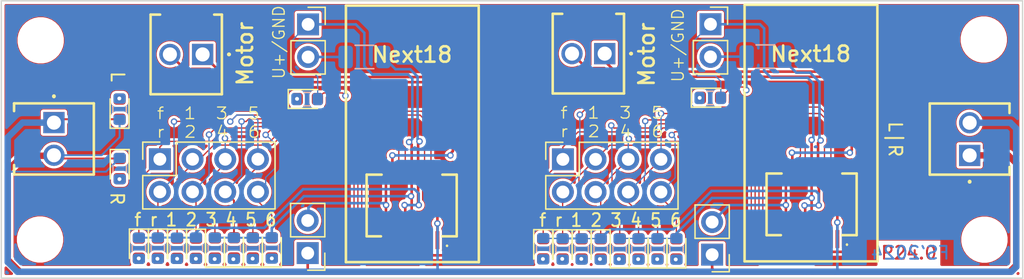
<source format=kicad_pcb>
(kicad_pcb (version 20171130) (host pcbnew "(5.1.12)-1")
  (title_block (title "RTB P24 Adapter Module") (date 2024-10-11) (rev 0) (company "Frank Schumacher") (comment 1 "Next18 testing adapter"))
  (layers (0 F.Cu signal) (31 B.Cu signal) (34 B.Paste user hide) (35 F.Paste user hide) (36 B.SilkS user) (37 F.SilkS user) (38 B.Mask user hide) (39 F.Mask user hide) (44 Edge.Cuts user))
  (net 0 "")
  (net 1 "Net-(D1-Pad2)")
  (net 2 "Net-(D1-Pad1)")
  (net 3 "Net-(D2-Pad2)")
  (net 4 "Net-(D3-Pad2)")
  (net 5 "Net-(D6-Pad2)")
  (net 6 "Net-(D7-Pad2)")
  (net 7 "Net-(D8-Pad2)")
  (net 8 "Net-(D9-Pad2)")
  (net 9 "Net-(D10-Pad2)")
  (net 10 "Net-(D11-Pad2)")
  (net 11 F0_r.a)
  (net 12 F0_f.a)
  (net 13 U+.a)
  (net 14 GND.a)
  (net 15 Mot-.a)
  (net 16 Mot+.a)
  (net 17 "Net-(D4-Pad2)")
  (net 18 Aux1.a)
  (net 19 "Net-(D5-Pad2)")
  (net 20 Aux2.a)
  (net 21 Aux3.a)
  (net 22 Aux4.a)
  (net 23 Aux5.a)
  (net 24 Aux6.a)
  (net 25 "Net-(D12-Pad1)")
  (net 26 "Net-(D13-Pad1)")
  (net 27 "Net-(D14-Pad1)")
  (net 28 "Net-(D15-Pad1)")
  (net 29 "Net-(D16-Pad1)")
  (net 30 "Net-(D17-Pad1)")
  (net 31 "Net-(D18-Pad1)")
  (net 32 "Net-(D19-Pad1)")
  (net 33 F0_r.b)
  (net 34 F0_f.b)
  (net 35 Aux1.b)
  (net 36 Aux2.b)
  (net 37 Aux3.b)
  (net 38 Aux4.b)
  (net 39 Aux5.b)
  (net 40 Aux6.b)
  (net 41 U+.b)
  (net 42 GND.b)
  (net 43 Mot-.b)
  (net 44 Mot+.b)
  (net 45 "Net-(D10-Pad1)")
  (net 46 "Net-(D11-Pad1)")
  (net 47 "Net-(D20-Pad1)")
  (net 48 "Net-(D20-Pad2)")
  (net 49 "Net-(J4-Pad10)")
  (net 50 "Net-(J2-Pad10)")
  (module RTB:AXK5F16547YG (layer F.Cu) (at 144.48 91.28)
    (fp_text reference J2 hide)
    (fp_text value Conn_02x09_Counter_Clockwise hide)
    (pad 11 smd rect (at -1.5 -2.7) (size 0.3 1.4) (layers F.Cu F.Paste F.Mask) (net 43 Mot-.b))
    (pad 12 smd rect (at -1 -2.7) (size 0.25 1.4) (layers F.Cu F.Paste F.Mask) (net 36 Aux2.b))
    (pad 13 smd rect (at -0.5 -2.7) (size 0.25 1.4) (layers F.Cu F.Paste F.Mask) (net 38 Aux4.b))
    (pad 14 smd rect (at 0 -2.7) (size 0.25 1.4) (layers F.Cu F.Paste F.Mask) (net 42 GND.b))
    (pad 15 smd rect (at 0.5 -2.7) (size 0.25 1.4) (layers F.Cu F.Paste F.Mask) (net 41 U+.b))
    (pad 16 smd rect (at 1 -2.7) (size 0.25 1.4) (layers F.Cu F.Paste F.Mask) (net 39 Aux5.b))
    (pad 17 smd rect (at 1.5 -2.7) (size 0.25 1.4) (layers F.Cu F.Paste F.Mask) (net 33 F0_r.b))
    (pad 18 smd rect (at 2 -2.7) (size 0.3 1.4) (layers F.Cu F.Paste F.Mask) (net 46 "Net-(D11-Pad1)"))
    (pad 2 smd rect (at 1.5 2.7) (size 0.3 1.4) (layers F.Cu F.Paste F.Mask) (net 44 Mot+.b))
    (pad 3 smd rect (at 1 2.7) (size 0.25 1.4) (layers F.Cu F.Paste F.Mask) (net 35 Aux1.b))
    (pad 4 smd rect (at 0.5 2.7) (size 0.25 1.4) (layers F.Cu F.Paste F.Mask) (net 37 Aux3.b))
    (pad 5 smd rect (at 0 2.7) (size 0.25 1.4) (layers F.Cu F.Paste F.Mask) (net 42 GND.b))
    (pad 6 smd rect (at -0.5 2.7) (size 0.25 1.4) (layers F.Cu F.Paste F.Mask) (net 41 U+.b))
    (pad 7 smd rect (at -1 2.7) (size 0.25 1.4) (layers F.Cu F.Paste F.Mask) (net 40 Aux6.b))
    (pad 8 smd rect (at -1.5 2.7) (size 0.25 1.4) (layers F.Cu F.Paste F.Mask) (net 34 F0_f.b))
    (pad 9 smd rect (at -2 2.7) (size 0.3 1.4) (layers F.Cu F.Paste F.Mask) (net 50 "Net-(J2-Pad10)"))
    (pad 10 smd rect (at -2 -2.7) (size 0.3 1.4) (layers F.Cu F.Paste F.Mask) (net 50 "Net-(J2-Pad10)"))
    (pad 1 smd rect (at 2.0026 2.7) (size 0.3 1.4) (layers F.Cu F.Paste F.Mask) (net 46 "Net-(D11-Pad1)"))
  )
  (module RTB:AXK5F16547YG (layer F.Cu) (at 113.4 91.37)
    (fp_text reference J4 hide)
    (fp_text value Conn_02x09_Counter_Clockwise hide)
    (pad 11 smd rect (at -1.5 -2.7) (size 0.3 1.4) (layers F.Cu F.Paste F.Mask) (net 15 Mot-.a))
    (pad 12 smd rect (at -1 -2.7) (size 0.25 1.4) (layers F.Cu F.Paste F.Mask) (net 20 Aux2.a))
    (pad 13 smd rect (at -0.5 -2.7) (size 0.25 1.4) (layers F.Cu F.Paste F.Mask) (net 22 Aux4.a))
    (pad 14 smd rect (at 0 -2.7) (size 0.25 1.4) (layers F.Cu F.Paste F.Mask) (net 14 GND.a))
    (pad 15 smd rect (at 0.5 -2.7) (size 0.25 1.4) (layers F.Cu F.Paste F.Mask) (net 13 U+.a))
    (pad 16 smd rect (at 1 -2.7) (size 0.25 1.4) (layers F.Cu F.Paste F.Mask) (net 23 Aux5.a))
    (pad 17 smd rect (at 1.5 -2.7) (size 0.25 1.4) (layers F.Cu F.Paste F.Mask) (net 11 F0_r.a))
    (pad 18 smd rect (at 2 -2.7) (size 0.3 1.4) (layers F.Cu F.Paste F.Mask) (net 46 "Net-(D11-Pad1)"))
    (pad 2 smd rect (at 1.5 2.7) (size 0.3 1.4) (layers F.Cu F.Paste F.Mask) (net 16 Mot+.a))
    (pad 3 smd rect (at 1 2.7) (size 0.25 1.4) (layers F.Cu F.Paste F.Mask) (net 18 Aux1.a))
    (pad 4 smd rect (at 0.5 2.7) (size 0.25 1.4) (layers F.Cu F.Paste F.Mask) (net 21 Aux3.a))
    (pad 5 smd rect (at 0 2.7) (size 0.25 1.4) (layers F.Cu F.Paste F.Mask) (net 14 GND.a))
    (pad 6 smd rect (at -0.5 2.7) (size 0.25 1.4) (layers F.Cu F.Paste F.Mask) (net 13 U+.a))
    (pad 7 smd rect (at -1 2.7) (size 0.25 1.4) (layers F.Cu F.Paste F.Mask) (net 24 Aux6.a))
    (pad 8 smd rect (at -1.5 2.7) (size 0.25 1.4) (layers F.Cu F.Paste F.Mask) (net 12 F0_f.a))
    (pad 9 smd rect (at -2 2.7) (size 0.3 1.4) (layers F.Cu F.Paste F.Mask) (net 49 "Net-(J4-Pad10)"))
    (pad 10 smd rect (at -2 -2.7) (size 0.3 1.4) (layers F.Cu F.Paste F.Mask) (net 49 "Net-(J4-Pad10)"))
    (pad 1 smd rect (at 2.0026 2.7) (size 0.3 1.4) (layers F.Cu F.Paste F.Mask) (net 46 "Net-(D11-Pad1)"))
  )
  (module Resistor_SMD:R_1206_3216Metric (layer B.Cu) (at 140.89 79.78 180)
    (fp_text reference R22 hide)
    (fp_text value 22)
    (pad 2 smd roundrect (at 1.4625 0 180) (size 1.125 1.75) (layers B.Cu B.Paste B.Mask) (roundrect_rratio 0.2222213333333333) (net 1 "Net-(D1-Pad2)"))
    (pad 1 smd roundrect (at -1.4625 0 180) (size 1.125 1.75) (layers B.Cu B.Paste B.Mask) (roundrect_rratio 0.2222213333333333) (net 41 U+.b))
  )
  (module Resistor_SMD:R_1206_3216Metric (layer B.Cu) (at 109.73 79.81 180)
    (fp_text reference R21 hide)
    (fp_text value 22)
    (pad 2 smd roundrect (at 1.4625 0 180) (size 1.125 1.75) (layers B.Cu B.Paste B.Mask) (roundrect_rratio 0.2222213333333333) (net 48 "Net-(D20-Pad2)"))
    (pad 1 smd roundrect (at -1.4625 0 180) (size 1.125 1.75) (layers B.Cu B.Paste B.Mask) (roundrect_rratio 0.2222213333333333) (net 13 U+.a))
  )
  (module Resistor_SMD:R_0603_1608Metric (layer B.Cu) (at 105.27 83.09)
    (fp_text reference R20 hide)
    (fp_text value 10k)
    (pad 2 smd roundrect (at 0.825 0) (size 0.8 0.95) (layers B.Cu B.Paste B.Mask) (net 14 GND.a))
    (pad 1 smd roundrect (at -0.825 0) (size 0.8 0.95) (layers B.Cu B.Paste B.Mask) (net 47 "Net-(D20-Pad1)"))
  )
  (module LED_SMD:LED_0603_1608Metric (layer F.Cu) (at 105.29 83.08)
    (fp_text reference D20)
    (fp_text value LED_Small_ALT)
    (pad 2 smd roundrect (at 0.7875 0) (size 0.875 0.95) (layers F.Cu F.Paste F.Mask) (net 48 "Net-(D20-Pad2)"))
    (pad 1 smd roundrect (at -0.7875 0) (size 0.875 0.95) (layers F.Cu F.Paste F.Mask) (net 47 "Net-(D20-Pad1)"))
  )
  (module Resistor_SMD:R_0603_1608Metric (layer B.Cu) (at 136.6 83)
    (fp_text reference R19 hide)
    (fp_text value 10k)
    (pad 2 smd roundrect (at 0.825 0) (size 0.8 0.95) (layers B.Cu B.Paste B.Mask) (net 42 GND.b))
    (pad 1 smd roundrect (at -0.825 0) (size 0.8 0.95) (layers B.Cu B.Paste B.Mask) (net 2 "Net-(D1-Pad1)"))
  )
  (module LED_SMD:LED_0603_1608Metric (layer F.Cu) (at 136.62 82.98)
    (fp_text reference D1 hide)
    (fp_text value LED_Small_ALT)
    (pad 2 smd roundrect (at 0.7875 0) (size 0.875 0.95) (layers F.Cu F.Paste F.Mask) (net 1 "Net-(D1-Pad2)"))
    (pad 1 smd roundrect (at -0.7875 0) (size 0.875 0.95) (layers F.Cu F.Paste F.Mask) (net 2 "Net-(D1-Pad1)"))
  )
  (module Resistor_SMD:R_0603_1608Metric (layer B.Cu) (at 102.53 94.68 90)
    (fp_text reference R18 hide)
    (fp_text value 2.2k)
    (pad 2 smd roundrect (at 0.825 0 90) (size 0.8 0.95) (layers B.Cu B.Paste B.Mask) (net 14 GND.a))
    (pad 1 smd roundrect (at -0.825 0 90) (size 0.8 0.95) (layers B.Cu B.Paste B.Mask) (net 32 "Net-(D19-Pad1)"))
  )
  (module Resistor_SMD:R_0603_1608Metric (layer B.Cu) (at 101.05 94.71 90)
    (fp_text reference R17 hide)
    (fp_text value 2.2k)
    (pad 2 smd roundrect (at 0.825 0 90) (size 0.8 0.95) (layers B.Cu B.Paste B.Mask) (net 14 GND.a))
    (pad 1 smd roundrect (at -0.825 0 90) (size 0.8 0.95) (layers B.Cu B.Paste B.Mask) (net 31 "Net-(D18-Pad1)"))
  )
  (module Resistor_SMD:R_0603_1608Metric (layer B.Cu) (at 99.58 94.71 90)
    (fp_text reference R16 hide)
    (fp_text value 2.2k)
    (pad 2 smd roundrect (at 0.825 0 90) (size 0.8 0.95) (layers B.Cu B.Paste B.Mask) (net 14 GND.a))
    (pad 1 smd roundrect (at -0.825 0 90) (size 0.8 0.95) (layers B.Cu B.Paste B.Mask) (net 30 "Net-(D17-Pad1)"))
  )
  (module Resistor_SMD:R_0603_1608Metric (layer B.Cu) (at 98.1 94.7 90)
    (fp_text reference R15 hide)
    (fp_text value 2.2k)
    (pad 2 smd roundrect (at 0.825 0 90) (size 0.8 0.95) (layers B.Cu B.Paste B.Mask) (net 14 GND.a))
    (pad 1 smd roundrect (at -0.825 0 90) (size 0.8 0.95) (layers B.Cu B.Paste B.Mask) (net 29 "Net-(D16-Pad1)"))
  )
  (module Resistor_SMD:R_0603_1608Metric (layer B.Cu) (at 96.63 94.69 90)
    (fp_text reference R6 hide)
    (fp_text value 10k)
    (pad 2 smd roundrect (at 0.825 0 90) (size 0.8 0.95) (layers B.Cu B.Paste B.Mask) (net 13 U+.a))
    (pad 1 smd roundrect (at -0.825 0 90) (size 0.8 0.95) (layers B.Cu B.Paste B.Mask) (net 6 "Net-(D7-Pad2)"))
  )
  (module Resistor_SMD:R_0603_1608Metric (layer B.Cu) (at 95.15 94.7 90)
    (fp_text reference R5 hide)
    (fp_text value 10k)
    (pad 2 smd roundrect (at 0.825 0 90) (size 0.8 0.95) (layers B.Cu B.Paste B.Mask) (net 13 U+.a))
    (pad 1 smd roundrect (at -0.825 0 90) (size 0.8 0.95) (layers B.Cu B.Paste B.Mask) (net 5 "Net-(D6-Pad2)"))
  )
  (module Connector_PinSocket_2.54mm:PinSocket_1x02_P2.54mm_Vertical (layer F.Cu) (at 105.35 77.27)
    (fp_text reference J7 hide)
    (fp_text value Conn_01x03_Male)
    (pad 2 thru_hole oval (at 0 2.54) (size 1.7 1.7) (drill 1) (layers *.Cu *.Mask) (net 48 "Net-(D20-Pad2)"))
    (pad 1 thru_hole rect (at 0 0) (size 1.7 1.7) (drill 1) (layers *.Cu *.Mask) (net 14 GND.a))
  )
  (module Connector_PinSocket_2.54mm:PinSocket_2x04_P2.54mm_Vertical (layer F.Cu) (at 93.83 87.77 90)
    (fp_text reference J6 hide)
    (fp_text value Conn_01x08)
    (pad 8 thru_hole oval (at -2.54 7.62 90) (size 1.7 1.7) (drill 1) (layers *.Cu *.Mask) (net 24 Aux6.a))
    (pad 7 thru_hole oval (at 0 7.62 90) (size 1.7 1.7) (drill 1) (layers *.Cu *.Mask) (net 23 Aux5.a))
    (pad 6 thru_hole oval (at -2.54 5.08 90) (size 1.7 1.7) (drill 1) (layers *.Cu *.Mask) (net 22 Aux4.a))
    (pad 5 thru_hole oval (at 0 5.08 90) (size 1.7 1.7) (drill 1) (layers *.Cu *.Mask) (net 21 Aux3.a))
    (pad 4 thru_hole oval (at -2.54 2.54 90) (size 1.7 1.7) (drill 1) (layers *.Cu *.Mask) (net 20 Aux2.a))
    (pad 3 thru_hole oval (at 0 2.54 90) (size 1.7 1.7) (drill 1) (layers *.Cu *.Mask) (net 18 Aux1.a))
    (pad 2 thru_hole oval (at -2.54 0 90) (size 1.7 1.7) (drill 1) (layers *.Cu *.Mask) (net 11 F0_r.a))
    (pad 1 thru_hole rect (at 0 0 90) (size 1.7 1.7) (drill 1) (layers *.Cu *.Mask) (net 12 F0_f.a))
  )
  (module LED_SMD:LED_0603_1608Metric (layer F.Cu) (at 102.53 94.67 90)
    (fp_text reference D19 hide)
    (fp_text value LED_Small_ALT)
    (pad 2 smd roundrect (at 0.7875 0 90) (size 0.875 0.95) (layers F.Cu F.Paste F.Mask) (net 24 Aux6.a))
    (pad 1 smd roundrect (at -0.7875 0 90) (size 0.875 0.95) (layers F.Cu F.Paste F.Mask) (net 32 "Net-(D19-Pad1)"))
  )
  (module LED_SMD:LED_0603_1608Metric (layer F.Cu) (at 101.06 94.67 90)
    (fp_text reference D18 hide)
    (fp_text value LED_Small_ALT)
    (pad 2 smd roundrect (at 0.7875 0 90) (size 0.875 0.95) (layers F.Cu F.Paste F.Mask) (net 23 Aux5.a))
    (pad 1 smd roundrect (at -0.7875 0 90) (size 0.875 0.95) (layers F.Cu F.Paste F.Mask) (net 31 "Net-(D18-Pad1)"))
  )
  (module LED_SMD:LED_0603_1608Metric (layer F.Cu) (at 99.59 94.67 90)
    (fp_text reference D17 hide)
    (fp_text value LED_Small_ALT)
    (pad 2 smd roundrect (at 0.7875 0 90) (size 0.875 0.95) (layers F.Cu F.Paste F.Mask) (net 22 Aux4.a))
    (pad 1 smd roundrect (at -0.7875 0 90) (size 0.875 0.95) (layers F.Cu F.Paste F.Mask) (net 30 "Net-(D17-Pad1)"))
  )
  (module LED_SMD:LED_0603_1608Metric (layer F.Cu) (at 98.11 94.68 90)
    (fp_text reference D16 hide)
    (fp_text value LED_Small_ALT)
    (pad 2 smd roundrect (at 0.7875 0 90) (size 0.875 0.95) (layers F.Cu F.Paste F.Mask) (net 21 Aux3.a))
    (pad 1 smd roundrect (at -0.7875 0 90) (size 0.875 0.95) (layers F.Cu F.Paste F.Mask) (net 29 "Net-(D16-Pad1)"))
  )
  (module LED_SMD:LED_0603_1608Metric (layer F.Cu) (at 96.64 94.7 270)
    (fp_text reference D7 hide)
    (fp_text value LED_Small_ALT)
    (pad 2 smd roundrect (at 0.7875 0 270) (size 0.875 0.95) (layers F.Cu F.Paste F.Mask) (net 6 "Net-(D7-Pad2)"))
    (pad 1 smd roundrect (at -0.7875 0 270) (size 0.875 0.95) (layers F.Cu F.Paste F.Mask) (net 20 Aux2.a))
  )
  (module LED_SMD:LED_0603_1608Metric (layer F.Cu) (at 95.17 94.7 270)
    (fp_text reference D6 hide)
    (fp_text value LED_Small_ALT)
    (pad 2 smd roundrect (at 0.7875 0 270) (size 0.875 0.95) (layers F.Cu F.Paste F.Mask) (net 5 "Net-(D6-Pad2)"))
    (pad 1 smd roundrect (at -0.7875 0 270) (size 0.875 0.95) (layers F.Cu F.Paste F.Mask) (net 18 Aux1.a))
  )
  (module Connector_PinSocket_2.54mm:PinSocket_1x02_P2.54mm_Vertical (layer F.Cu) (at 136.62 77.26)
    (fp_text reference J3 hide)
    (fp_text value Conn_01x03_Male)
    (pad 2 thru_hole oval (at 0 2.54) (size 1.7 1.7) (drill 1) (layers *.Cu *.Mask) (net 1 "Net-(D1-Pad2)"))
    (pad 1 thru_hole rect (at 0 0) (size 1.7 1.7) (drill 1) (layers *.Cu *.Mask) (net 42 GND.b))
  )
  (module Connector_PinSocket_2.54mm:PinSocket_2x04_P2.54mm_Vertical (layer F.Cu) (at 125.15 87.78 90)
    (fp_text reference J1 hide)
    (fp_text value Conn_01x08)
    (pad 8 thru_hole oval (at -2.54 7.62 90) (size 1.7 1.7) (drill 1) (layers *.Cu *.Mask) (net 40 Aux6.b))
    (pad 7 thru_hole oval (at 0 7.62 90) (size 1.7 1.7) (drill 1) (layers *.Cu *.Mask) (net 39 Aux5.b))
    (pad 6 thru_hole oval (at -2.54 5.08 90) (size 1.7 1.7) (drill 1) (layers *.Cu *.Mask) (net 38 Aux4.b))
    (pad 5 thru_hole oval (at 0 5.08 90) (size 1.7 1.7) (drill 1) (layers *.Cu *.Mask) (net 37 Aux3.b))
    (pad 4 thru_hole oval (at -2.54 2.54 90) (size 1.7 1.7) (drill 1) (layers *.Cu *.Mask) (net 36 Aux2.b))
    (pad 3 thru_hole oval (at 0 2.54 90) (size 1.7 1.7) (drill 1) (layers *.Cu *.Mask) (net 35 Aux1.b))
    (pad 2 thru_hole oval (at -2.54 0 90) (size 1.7 1.7) (drill 1) (layers *.Cu *.Mask) (net 33 F0_r.b))
    (pad 1 thru_hole rect (at 0 0 90) (size 1.7 1.7) (drill 1) (layers *.Cu *.Mask) (net 34 F0_f.b))
  )
  (module Connector_PinHeader_2.54mm:PinHeader_1x02_P2.54mm_Vertical (layer F.Cu) (at 136.75 95.2 180)
    (fp_text reference J8 hide)
    (fp_text value Conn_01x02)
    (pad 2 thru_hole oval (at 0 2.54 180) (size 1.7 1.7) (drill 1) (layers *.Cu *.Mask) (net 50 "Net-(J2-Pad10)"))
    (pad 1 thru_hole rect (at 0 0 180) (size 1.7 1.7) (drill 1) (layers *.Cu *.Mask) (net 45 "Net-(D10-Pad1)"))
  )
  (module RTB:1725656 (layer F.Cu) (at 97.15 79.61 180)
    (fp_text reference J12 hide)
    (fp_text value Conn_01x03_Male hide)
    (pad 2 thru_hole circle (at 2.54 0 180) (size 1.65 1.65) (drill 1.1) (layers *.Cu *.Mask) (net 15 Mot-.a))
    (pad 1 thru_hole rect (at 0 0 180) (size 1.65 1.65) (drill 1.1) (layers *.Cu *.Mask) (net 16 Mot+.a))
  )
  (module RTB:1725656 (layer F.Cu) (at 128.4 79.55 180)
    (fp_text reference J11 hide)
    (fp_text value Conn_01x03_Male hide)
    (pad 2 thru_hole circle (at 2.54 0 180) (size 1.65 1.65) (drill 1.1) (layers *.Cu *.Mask) (net 43 Mot-.b))
    (pad 1 thru_hole rect (at 0 0 180) (size 1.65 1.65) (drill 1.1) (layers *.Cu *.Mask) (net 44 Mot+.b))
  )
  (module Resistor_SMD:R_0603_1608Metric (layer B.Cu) (at 133.98 94.76 90)
    (fp_text reference R14 hide)
    (fp_text value 2.2k)
    (pad 2 smd roundrect (at 0.825 0 90) (size 0.8 0.95) (layers B.Cu B.Paste B.Mask) (net 42 GND.b))
    (pad 1 smd roundrect (at -0.825 0 90) (size 0.8 0.95) (layers B.Cu B.Paste B.Mask) (net 28 "Net-(D15-Pad1)"))
  )
  (module Resistor_SMD:R_0603_1608Metric (layer B.Cu) (at 132.5 94.75 90)
    (fp_text reference R13 hide)
    (fp_text value 2.2k)
    (pad 2 smd roundrect (at 0.825 0 90) (size 0.8 0.95) (layers B.Cu B.Paste B.Mask) (net 42 GND.b))
    (pad 1 smd roundrect (at -0.825 0 90) (size 0.8 0.95) (layers B.Cu B.Paste B.Mask) (net 27 "Net-(D14-Pad1)"))
  )
  (module Resistor_SMD:R_0603_1608Metric (layer B.Cu) (at 131.03 94.76 90)
    (fp_text reference R12 hide)
    (fp_text value 2.2k)
    (pad 2 smd roundrect (at 0.825 0 90) (size 0.8 0.95) (layers B.Cu B.Paste B.Mask) (net 42 GND.b))
    (pad 1 smd roundrect (at -0.825 0 90) (size 0.8 0.95) (layers B.Cu B.Paste B.Mask) (net 26 "Net-(D13-Pad1)"))
  )
  (module Resistor_SMD:R_0603_1608Metric (layer B.Cu) (at 129.56 94.77 90)
    (fp_text reference R11 hide)
    (fp_text value 2.2k)
    (pad 2 smd roundrect (at 0.825 0 90) (size 0.8 0.95) (layers B.Cu B.Paste B.Mask) (net 42 GND.b))
    (pad 1 smd roundrect (at -0.825 0 90) (size 0.8 0.95) (layers B.Cu B.Paste B.Mask) (net 25 "Net-(D12-Pad1)"))
  )
  (module Resistor_SMD:R_0603_1608Metric (layer B.Cu) (at 128.09 94.77 90)
    (fp_text reference R4 hide)
    (fp_text value 10k)
    (pad 2 smd roundrect (at 0.825 0 90) (size 0.8 0.95) (layers B.Cu B.Paste B.Mask) (net 41 U+.b))
    (pad 1 smd roundrect (at -0.825 0 90) (size 0.8 0.95) (layers B.Cu B.Paste B.Mask) (net 19 "Net-(D5-Pad2)"))
  )
  (module Resistor_SMD:R_0603_1608Metric (layer B.Cu) (at 126.61 94.76 90)
    (fp_text reference R3 hide)
    (fp_text value 10k)
    (pad 2 smd roundrect (at 0.825 0 90) (size 0.8 0.95) (layers B.Cu B.Paste B.Mask) (net 41 U+.b))
    (pad 1 smd roundrect (at -0.825 0 90) (size 0.8 0.95) (layers B.Cu B.Paste B.Mask) (net 17 "Net-(D4-Pad2)"))
  )
  (module LED_SMD:LED_0603_1608Metric (layer F.Cu) (at 133.97 94.75 90)
    (fp_text reference D15 hide)
    (fp_text value LED_Small_ALT)
    (pad 2 smd roundrect (at 0.7875 0 90) (size 0.875 0.95) (layers F.Cu F.Paste F.Mask) (net 40 Aux6.b))
    (pad 1 smd roundrect (at -0.7875 0 90) (size 0.875 0.95) (layers F.Cu F.Paste F.Mask) (net 28 "Net-(D15-Pad1)"))
  )
  (module LED_SMD:LED_0603_1608Metric (layer F.Cu) (at 132.51 94.75 90)
    (fp_text reference D14 hide)
    (fp_text value LED_Small_ALT)
    (pad 2 smd roundrect (at 0.7875 0 90) (size 0.875 0.95) (layers F.Cu F.Paste F.Mask) (net 39 Aux5.b))
    (pad 1 smd roundrect (at -0.7875 0 90) (size 0.875 0.95) (layers F.Cu F.Paste F.Mask) (net 27 "Net-(D14-Pad1)"))
  )
  (module LED_SMD:LED_0603_1608Metric (layer F.Cu) (at 131.03 94.75 90)
    (fp_text reference D13 hide)
    (fp_text value LED_Small_ALT)
    (pad 2 smd roundrect (at 0.7875 0 90) (size 0.875 0.95) (layers F.Cu F.Paste F.Mask) (net 38 Aux4.b))
    (pad 1 smd roundrect (at -0.7875 0 90) (size 0.875 0.95) (layers F.Cu F.Paste F.Mask) (net 26 "Net-(D13-Pad1)"))
  )
  (module LED_SMD:LED_0603_1608Metric (layer F.Cu) (at 129.57 94.75 90)
    (fp_text reference D12 hide)
    (fp_text value LED_Small_ALT)
    (pad 2 smd roundrect (at 0.7875 0 90) (size 0.875 0.95) (layers F.Cu F.Paste F.Mask) (net 37 Aux3.b))
    (pad 1 smd roundrect (at -0.7875 0 90) (size 0.875 0.95) (layers F.Cu F.Paste F.Mask) (net 25 "Net-(D12-Pad1)"))
  )
  (module LED_SMD:LED_0603_1608Metric (layer F.Cu) (at 128.09 94.75 270)
    (fp_text reference D5 hide)
    (fp_text value LED_Small_ALT)
    (pad 2 smd roundrect (at 0.7875 0 270) (size 0.875 0.95) (layers F.Cu F.Paste F.Mask) (net 19 "Net-(D5-Pad2)"))
    (pad 1 smd roundrect (at -0.7875 0 270) (size 0.875 0.95) (layers F.Cu F.Paste F.Mask) (net 36 Aux2.b))
  )
  (module LED_SMD:LED_0603_1608Metric (layer F.Cu) (at 126.61 94.75 270)
    (fp_text reference D4 hide)
    (fp_text value LED_Small_ALT)
    (pad 2 smd roundrect (at 0.7875 0 270) (size 0.875 0.95) (layers F.Cu F.Paste F.Mask) (net 17 "Net-(D4-Pad2)"))
    (pad 1 smd roundrect (at -0.7875 0 270) (size 0.875 0.95) (layers F.Cu F.Paste F.Mask) (net 35 Aux1.b))
  )
  (module Resistor_SMD:R_0603_1608Metric (layer B.Cu) (at 90.7 83.87 270)
    (fp_text reference R10 hide)
    (fp_text value 10k)
    (pad 2 smd roundrect (at 0.825 0 270) (size 0.8 0.95) (layers B.Cu B.Paste B.Mask) (net 45 "Net-(D10-Pad1)"))
    (pad 1 smd roundrect (at -0.825 0 270) (size 0.8 0.95) (layers B.Cu B.Paste B.Mask) (net 10 "Net-(D11-Pad2)"))
  )
  (module Resistor_SMD:R_0603_1608Metric (layer B.Cu) (at 90.71 88.5 90)
    (fp_text reference R9 hide)
    (fp_text value 10k)
    (pad 2 smd roundrect (at 0.825 0 90) (size 0.8 0.95) (layers B.Cu B.Paste B.Mask) (net 46 "Net-(D11-Pad1)"))
    (pad 1 smd roundrect (at -0.825 0 90) (size 0.8 0.95) (layers B.Cu B.Paste B.Mask) (net 9 "Net-(D10-Pad2)"))
  )
  (module LED_SMD:LED_0603_1608Metric (layer F.Cu) (at 90.7 83.87 90)
    (fp_text reference D11 hide)
    (fp_text value LED_Small_ALT)
    (pad 2 smd roundrect (at 0.7875 0 90) (size 0.875 0.95) (layers F.Cu F.Paste F.Mask) (net 10 "Net-(D11-Pad2)"))
    (pad 1 smd roundrect (at -0.7875 0 90) (size 0.875 0.95) (layers F.Cu F.Paste F.Mask) (net 46 "Net-(D11-Pad1)"))
  )
  (module LED_SMD:LED_0603_1608Metric (layer F.Cu) (at 90.71 88.5 270)
    (fp_text reference D10 hide)
    (fp_text value LED_Small_ALT)
    (pad 2 smd roundrect (at 0.7875 0 270) (size 0.875 0.95) (layers F.Cu F.Paste F.Mask) (net 9 "Net-(D10-Pad2)"))
    (pad 1 smd roundrect (at -0.7875 0 270) (size 0.875 0.95) (layers F.Cu F.Paste F.Mask) (net 45 "Net-(D10-Pad1)"))
  )
  (module Resistor_SMD:R_0603_1608Metric (layer B.Cu) (at 92.2 94.7 90)
    (fp_text reference R8 hide)
    (fp_text value 10k)
    (pad 2 smd roundrect (at 0.825 0 90) (size 0.8 0.95) (layers B.Cu B.Paste B.Mask) (net 13 U+.a))
    (pad 1 smd roundrect (at -0.825 0 90) (size 0.8 0.95) (layers B.Cu B.Paste B.Mask) (net 8 "Net-(D9-Pad2)"))
  )
  (module Resistor_SMD:R_0603_1608Metric (layer B.Cu) (at 93.67 94.69 90)
    (fp_text reference R7 hide)
    (fp_text value 10k)
    (pad 2 smd roundrect (at 0.825 0 90) (size 0.8 0.95) (layers B.Cu B.Paste B.Mask) (net 13 U+.a))
    (pad 1 smd roundrect (at -0.825 0 90) (size 0.8 0.95) (layers B.Cu B.Paste B.Mask) (net 7 "Net-(D8-Pad2)"))
  )
  (module Resistor_SMD:R_0603_1608Metric (layer B.Cu) (at 123.62 94.74 90)
    (fp_text reference R2 hide)
    (fp_text value 10k)
    (pad 2 smd roundrect (at 0.825 0 90) (size 0.8 0.95) (layers B.Cu B.Paste B.Mask) (net 41 U+.b))
    (pad 1 smd roundrect (at -0.825 0 90) (size 0.8 0.95) (layers B.Cu B.Paste B.Mask) (net 4 "Net-(D3-Pad2)"))
  )
  (module Resistor_SMD:R_0603_1608Metric (layer B.Cu) (at 125.13 94.76 90)
    (fp_text reference R1 hide)
    (fp_text value 10k)
    (pad 2 smd roundrect (at 0.825 0 90) (size 0.8 0.95) (layers B.Cu B.Paste B.Mask) (net 41 U+.b))
    (pad 1 smd roundrect (at -0.825 0 90) (size 0.8 0.95) (layers B.Cu B.Paste B.Mask) (net 3 "Net-(D2-Pad2)"))
  )
  (module Connector_PinHeader_2.54mm:PinHeader_1x02_P2.54mm_Vertical (layer F.Cu) (at 105.32 95.08 180)
    (fp_text reference J5 hide)
    (fp_text value Conn_01x02)
    (pad 2 thru_hole oval (at 0 2.54 180) (size 1.7 1.7) (drill 1) (layers *.Cu *.Mask) (net 49 "Net-(J4-Pad10)"))
    (pad 1 thru_hole rect (at 0 0 180) (size 1.7 1.7) (drill 1) (layers *.Cu *.Mask) (net 45 "Net-(D10-Pad1)"))
  )
  (module LED_SMD:LED_0603_1608Metric (layer F.Cu) (at 92.2 94.69 270)
    (fp_text reference D9 hide)
    (fp_text value LED_Small_ALT)
    (pad 2 smd roundrect (at 0.7875 0 270) (size 0.875 0.95) (layers F.Cu F.Paste F.Mask) (net 8 "Net-(D9-Pad2)"))
    (pad 1 smd roundrect (at -0.7875 0 270) (size 0.875 0.95) (layers F.Cu F.Paste F.Mask) (net 12 F0_f.a))
  )
  (module LED_SMD:LED_0603_1608Metric (layer F.Cu) (at 93.68 94.69 270)
    (fp_text reference D8 hide)
    (fp_text value LED_Small_ALT)
    (pad 2 smd roundrect (at 0.7875 0 270) (size 0.875 0.95) (layers F.Cu F.Paste F.Mask) (net 7 "Net-(D8-Pad2)"))
    (pad 1 smd roundrect (at -0.7875 0 270) (size 0.875 0.95) (layers F.Cu F.Paste F.Mask) (net 11 F0_r.a))
  )
  (module LED_SMD:LED_0603_1608Metric (layer F.Cu) (at 123.62 94.74 270)
    (fp_text reference D3 hide)
    (fp_text value LED_Small_ALT)
    (pad 2 smd roundrect (at 0.7875 0 270) (size 0.875 0.95) (layers F.Cu F.Paste F.Mask) (net 4 "Net-(D3-Pad2)"))
    (pad 1 smd roundrect (at -0.7875 0 270) (size 0.875 0.95) (layers F.Cu F.Paste F.Mask) (net 34 F0_f.b))
  )
  (module LED_SMD:LED_0603_1608Metric (layer F.Cu) (at 125.13 94.75 270)
    (fp_text reference D2 hide)
    (fp_text value LED_Small_ALT)
    (pad 2 smd roundrect (at 0.7875 0 270) (size 0.875 0.95) (layers F.Cu F.Paste F.Mask) (net 3 "Net-(D2-Pad2)"))
    (pad 1 smd roundrect (at -0.7875 0 270) (size 0.875 0.95) (layers F.Cu F.Paste F.Mask) (net 33 F0_r.b))
  )
  (module RTB:1725656 (layer F.Cu) (at 85.6 84.92 270)
    (fp_text reference J10 hide)
    (fp_text value DCC hide)
    (pad 2 thru_hole circle (at 2.54 0 270) (size 1.65 1.65) (drill 1.1) (layers *.Cu *.Mask) (net 45 "Net-(D10-Pad1)"))
    (pad 1 thru_hole rect (at 0 0 270) (size 1.65 1.65) (drill 1.1) (layers *.Cu *.Mask) (net 46 "Net-(D11-Pad1)"))
  )
  (module RTB:1725656 (layer F.Cu) (at 156.76 87.47 90)
    (fp_text reference J9 hide)
    (fp_text value DCC hide)
    (pad 2 thru_hole circle (at 2.54 0 90) (size 1.65 1.65) (drill 1.1) (layers *.Cu *.Mask) (net 46 "Net-(D11-Pad1)"))
    (pad 1 thru_hole rect (at 0 0 90) (size 1.65 1.65) (drill 1.1) (layers *.Cu *.Mask) (net 45 "Net-(D10-Pad1)"))
  )
  (module MountingHole:MountingHole_3.2mm_M3_DIN965 (layer F.Cu) (at 84.5693 78.5114)
    (fp_text reference H1 hide)
    (fp_text value MountingHole)
    (pad 1 np_thru_hole circle (at 0 0) (size 3.2 3.2) (drill 3.2) (layers *.Cu *.Mask))
  )
  (module MountingHole:MountingHole_3.2mm_M3_DIN965 (layer F.Cu) (at 157.861 78.4479)
    (fp_text reference H3 hide)
    (fp_text value MountingHole)
    (pad 1 np_thru_hole circle (at 0 0) (size 3.2 3.2) (drill 3.2) (layers *.Cu *.Mask))
  )
  (module MountingHole:MountingHole_3.2mm_M3_DIN965 (layer F.Cu) (at 157.9118 94.0308)
    (fp_text reference H4 hide)
    (fp_text value MountingHole)
    (pad 1 np_thru_hole circle (at 0 0) (size 3.2 3.2) (drill 3.2) (layers *.Cu *.Mask))
  )
  (module MountingHole:MountingHole_3.2mm_M3_DIN965 (layer F.Cu) (at 84.5185 94.0181)
    (fp_text reference H2 hide)
    (fp_text value MountingHole)
    (pad 1 np_thru_hole circle (at 0 0) (size 3.2 3.2) (drill 3.2) (layers *.Cu *.Mask))
  )
  (gr_text Next18 (at 144.41 79.57) (layer F.SilkS) (effects (font (size 1.2 1.2) (thickness 0.2))))
  (gr_line (start 139.27 95.72) (end 139.27 75.75) (layer F.SilkS) (width 0.2))
  (gr_line (start 139.27 75.75) (end 149.59 75.75) (layer F.SilkS) (width 0.2))
  (gr_line (start 149.59 75.75) (end 149.6 95.72) (layer F.SilkS) (width 0.2))
  (gr_line (start 149.6 95.72) (end 139.27 95.72) (layer F.SilkS) (width 0.2))
  (gr_text Next18 (at 113.43 79.63) (layer F.SilkS) (effects (font (size 1.2 1.2) (thickness 0.2))))
  (gr_line (start 118.62 95.78) (end 108.29 95.78) (layer F.SilkS) (width 0.2))
  (gr_line (start 118.61 75.81) (end 118.62 95.78) (layer F.SilkS) (width 0.2))
  (gr_line (start 108.29 75.81) (end 118.61 75.81) (layer F.SilkS) (width 0.2))
  (gr_line (start 108.29 95.78) (end 108.29 75.81) (layer F.SilkS) (width 0.2))
  (gr_text "f r 1 2 3 4 5 6" (at 97.37 92.48) (layer F.SilkS) (effects (font (size 1 0.9))))
  (gr_text "f  1  3  5\nr  2  4  6" (at 97.6 84.92) (layer F.SilkS) (effects (font (size 0.9 1) (thickness 0.1))))
  (gr_text U+/GND (at 103.08 78.66 90) (layer F.SilkS) (effects (font (size 0.9 0.9) (thickness 0.1))))
  (gr_text Motor (at 100.45 79.56 90) (layer F.SilkS) (effects (font (size 1.2 1.2) (thickness 0.2))))
  (gr_text U+/GND (at 134.09 78.9 90) (layer F.SilkS) (effects (font (size 0.9 0.9) (thickness 0.1))))
  (gr_text "f  1  3  5\nr  2  4  6" (at 128.96 84.88) (layer F.SilkS) (effects (font (size 0.9 1) (thickness 0.1))))
  (gr_text "f r 1 2 3 4 5 6" (at 128.84 92.51) (layer F.SilkS) (effects (font (size 1 0.9))))
  (gr_text R (at 90.51 90.84 -90) (layer F.SilkS) (effects (font (size 1 1))))
  (gr_text L (at 90.54 81.34 -90) (layer F.SilkS) (effects (font (size 1 1))))
  (gr_text Motor (at 131.66 79.62 90) (layer F.SilkS) (effects (font (size 1.2 1.2) (thickness 0.2))))
  (gr_text L|R (at 150.98 86.21 -90) (layer F.SilkS) (effects (font (size 1 1))))
  (gr_text P24.0 (at 152.04 95.06) (layer F.Cu) (effects (font (size 1 1))))
  (gr_text FS'2024 (at 152.14 95.06) (layer B.Cu) (effects (font (size 1 1)) (justify mirror)))
  (gr_line (start 160.8709 75.438) (end 160.8836 97.028) (layer Edge.Cuts) (width 0.1))
  (gr_line (start 81.5086 75.438) (end 160.8709 75.438) (layer Edge.Cuts) (width 0.1))
  (gr_line (start 81.5086 97.028) (end 81.5086 75.438) (layer Edge.Cuts) (width 0.1))
  (gr_line (start 160.8836 97.028) (end 81.5086 97.028) (layer Edge.Cuts) (width 0.1))
  (segment (start 136.64 79.78) (end 136.62 79.8) (width 0.2) (layer B.Cu) (net 1))
  (segment (start 139.4275 79.78) (end 136.64 79.78) (width 0.2) (layer B.Cu) (net 1))
  (segment (start 138.23749 82.15001) (end 137.4075 82.98) (width 0.1) (layer F.Cu) (net 1))
  (segment (start 139.17001 82.15001) (end 138.23749 82.15001) (width 0.1) (layer F.Cu) (net 1))
  (segment (start 139.41 82.39) (end 139.41 82.39) (width 0.1) (layer F.Cu) (net 1))
  (segment (start 139.41 82.39) (end 139.17001 82.15001) (width 0.1) (layer F.Cu) (net 1))
  (via (at 139.41 82.39) (size 0.5) (drill 0.3) (layers F.Cu B.Cu) (net 1))
  (segment (start 139.41 79.7975) (end 139.4275 79.78) (width 0.2) (layer B.Cu) (net 1))
  (segment (start 139.41 82.39) (end 139.41 79.7975) (width 0.2) (layer B.Cu) (net 1))
  (via (at 135.78 82.99) (size 0.5) (drill 0.3) (layers F.Cu B.Cu) (net 2))
  (via (at 125.1 95.53) (size 0.6) (drill 0.3) (layers F.Cu B.Cu) (net 3))
  (via (at 123.6 95.54) (size 0.6) (drill 0.3) (layers F.Cu B.Cu) (net 4))
  (via (at 95.17 95.52) (size 0.5) (drill 0.3) (layers F.Cu B.Cu) (net 5))
  (via (at 96.63 95.52) (size 0.5) (drill 0.3) (layers F.Cu B.Cu) (net 6))
  (via (at 93.64 95.52) (size 0.6) (drill 0.3) (layers F.Cu B.Cu) (net 7))
  (via (at 92.19 95.49) (size 0.6) (drill 0.3) (layers F.Cu B.Cu) (net 8))
  (via (at 90.69 89.32) (size 0.6) (drill 0.3) (layers F.Cu B.Cu) (net 9))
  (via (at 90.68 83.04) (size 0.6) (drill 0.3) (layers F.Cu B.Cu) (net 10))
  (segment (start 93.68 90.46) (end 93.83 90.31) (width 0.1) (layer F.Cu) (net 11))
  (segment (start 93.68 93.9025) (end 93.68 90.46) (width 0.1) (layer F.Cu) (net 11))
  (segment (start 93.83 90.31) (end 94.930001 89.209999) (width 0.1) (layer B.Cu) (net 11))
  (via (at 94.930001 84.840001) (size 0.5) (drill 0.3) (layers F.Cu B.Cu) (net 11))
  (segment (start 94.930001 89.209999) (end 94.930001 84.840001) (width 0.1) (layer B.Cu) (net 11))
  (segment (start 94.950002 84.82) (end 94.930001 84.840001) (width 0.1) (layer F.Cu) (net 11))
  (segment (start 98.61 84.82) (end 94.950002 84.82) (width 0.1) (layer F.Cu) (net 11))
  (segment (start 99.400044 84.029956) (end 98.61 84.82) (width 0.1) (layer F.Cu) (net 11))
  (segment (start 112.272793 84.029956) (end 99.400044 84.029956) (width 0.1) (layer F.Cu) (net 11))
  (segment (start 112.272826 84.029989) (end 112.272793 84.029956) (width 0.1) (layer F.Cu) (net 11))
  (segment (start 114.174268 84.029989) (end 112.272826 84.029989) (width 0.1) (layer F.Cu) (net 11))
  (segment (start 114.9 84.755721) (end 114.174268 84.029989) (width 0.1) (layer F.Cu) (net 11))
  (segment (start 114.9 88.67) (end 114.9 84.755721) (width 0.1) (layer F.Cu) (net 11))
  (segment (start 92.2 89.4) (end 93.83 87.77) (width 0.1) (layer F.Cu) (net 12))
  (segment (start 92.2 93.9025) (end 92.2 89.4) (width 0.1) (layer F.Cu) (net 12))
  (segment (start 111.9 94.07) (end 111.958363 94.011637) (width 0.2) (layer F.Cu) (net 12))
  (segment (start 93.83 86.82) (end 93.83 87.77) (width 0.1) (layer F.Cu) (net 12))
  (segment (start 98.600004 85.65) (end 97.870004 86.38) (width 0.1) (layer F.Cu) (net 12))
  (segment (start 101.09 85.23) (end 100.67 85.65) (width 0.1) (layer F.Cu) (net 12))
  (segment (start 94.27 86.38) (end 93.83 86.82) (width 0.1) (layer F.Cu) (net 12))
  (segment (start 109.072837 85.23) (end 101.09 85.23) (width 0.1) (layer F.Cu) (net 12))
  (segment (start 100.67 85.65) (end 98.600004 85.65) (width 0.1) (layer F.Cu) (net 12))
  (segment (start 109.820033 85.977196) (end 109.072837 85.23) (width 0.1) (layer F.Cu) (net 12))
  (segment (start 109.820033 94.650033) (end 109.820033 85.977196) (width 0.1) (layer F.Cu) (net 12))
  (segment (start 110.297946 95.127946) (end 109.820033 94.650033) (width 0.1) (layer F.Cu) (net 12))
  (segment (start 111.732054 95.127946) (end 110.297946 95.127946) (width 0.1) (layer F.Cu) (net 12))
  (segment (start 111.9 94.96) (end 111.732054 95.127946) (width 0.1) (layer F.Cu) (net 12))
  (segment (start 97.870004 86.38) (end 94.27 86.38) (width 0.1) (layer F.Cu) (net 12))
  (segment (start 111.9 94.07) (end 111.9 94.96) (width 0.1) (layer F.Cu) (net 12))
  (segment (start 93.66 93.875) (end 93.67 93.865) (width 0.15) (layer B.Cu) (net 13))
  (segment (start 92.2 93.875) (end 93.66 93.875) (width 0.15) (layer B.Cu) (net 13))
  (segment (start 95.14 93.865) (end 95.15 93.875) (width 0.15) (layer B.Cu) (net 13))
  (segment (start 93.67 93.865) (end 95.14 93.865) (width 0.15) (layer B.Cu) (net 13))
  (segment (start 96.62 93.875) (end 96.63 93.865) (width 0.15) (layer B.Cu) (net 13))
  (segment (start 95.15 93.875) (end 96.62 93.875) (width 0.15) (layer B.Cu) (net 13))
  (via (at 112.85 91.34) (size 0.5) (drill 0.3) (layers F.Cu B.Cu) (net 13))
  (segment (start 112.9 91.39) (end 112.85 91.34) (width 0.2) (layer F.Cu) (net 13))
  (segment (start 112.9 94.07) (end 112.9 91.39) (width 0.2) (layer F.Cu) (net 13))
  (via (at 113.95 91.34) (size 0.5) (drill 0.3) (layers F.Cu B.Cu) (net 13))
  (segment (start 112.85 91.34) (end 113.95 91.34) (width 0.2) (layer B.Cu) (net 13))
  (segment (start 113.9 91.29) (end 113.9 88.67) (width 0.2) (layer F.Cu) (net 13))
  (segment (start 113.95 91.34) (end 113.9 91.29) (width 0.2) (layer F.Cu) (net 13))
  (segment (start 113.9 86.490002) (end 114.010002 86.38) (width 0.2) (layer F.Cu) (net 13))
  (segment (start 113.9 88.67) (end 113.9 86.490002) (width 0.2) (layer F.Cu) (net 13))
  (via (at 114.010002 86.38) (size 0.5) (drill 0.3) (layers F.Cu B.Cu) (net 13))
  (segment (start 113.95 90.435998) (end 113.95 91.34) (width 0.2) (layer B.Cu) (net 13))
  (segment (start 113.614001 90.099999) (end 113.95 90.435998) (width 0.2) (layer B.Cu) (net 13))
  (segment (start 104.960001 90.099999) (end 113.614001 90.099999) (width 0.2) (layer B.Cu) (net 13))
  (segment (start 101.95 93.11) (end 104.960001 90.099999) (width 0.2) (layer B.Cu) (net 13))
  (segment (start 97.01 93.11) (end 101.95 93.11) (width 0.2) (layer B.Cu) (net 13))
  (segment (start 96.63 93.49) (end 97.01 93.11) (width 0.2) (layer B.Cu) (net 13))
  (segment (start 96.63 93.865) (end 96.63 93.49) (width 0.2) (layer B.Cu) (net 13))
  (segment (start 113.86 86.229998) (end 114.010002 86.38) (width 0.2) (layer B.Cu) (net 13))
  (segment (start 113.86 81.34) (end 113.86 86.229998) (width 0.2) (layer B.Cu) (net 13))
  (segment (start 113.28 80.76) (end 113.86 81.34) (width 0.2) (layer B.Cu) (net 13))
  (segment (start 112.1425 80.76) (end 113.28 80.76) (width 0.2) (layer B.Cu) (net 13))
  (segment (start 111.1925 79.81) (end 112.1425 80.76) (width 0.2) (layer B.Cu) (net 13))
  (segment (start 99.57 93.875) (end 99.58 93.885) (width 0.15) (layer B.Cu) (net 14))
  (segment (start 98.1 93.875) (end 99.57 93.875) (width 0.15) (layer B.Cu) (net 14))
  (segment (start 99.58 93.885) (end 101.05 93.885) (width 0.15) (layer B.Cu) (net 14))
  (segment (start 102.5 93.885) (end 102.53 93.855) (width 0.15) (layer B.Cu) (net 14))
  (segment (start 101.05 93.885) (end 102.5 93.885) (width 0.15) (layer B.Cu) (net 14))
  (segment (start 113.4 88.67) (end 113.4 94.07) (width 0.2) (layer F.Cu) (net 14))
  (via (at 113.35 90.65) (size 0.5) (drill 0.3) (layers F.Cu B.Cu) (net 14))
  (segment (start 113.4 88.67) (end 113.4 86.635171) (width 0.2) (layer F.Cu) (net 14))
  (via (at 113.200021 86.435192) (size 0.5) (drill 0.3) (layers F.Cu B.Cu) (net 14))
  (segment (start 113.4 86.635171) (end 113.200021 86.435192) (width 0.2) (layer F.Cu) (net 14))
  (segment (start 105.02 90.65) (end 113.35 90.65) (width 0.2) (layer B.Cu) (net 14))
  (segment (start 102.53 93.14) (end 105.02 90.65) (width 0.2) (layer B.Cu) (net 14))
  (segment (start 102.53 93.855) (end 102.53 93.14) (width 0.2) (layer B.Cu) (net 14))
  (segment (start 105.87 81.13) (end 106.095 81.355) (width 0.1) (layer B.Cu) (net 14))
  (segment (start 106.095 81.355) (end 106.095 82.295) (width 0.1) (layer B.Cu) (net 14))
  (segment (start 106.095 82.295) (end 106.095 83.09) (width 0.1) (layer B.Cu) (net 14))
  (segment (start 104.39 81.13) (end 105.87 81.13) (width 0.1) (layer B.Cu) (net 14))
  (segment (start 104.02 80.76) (end 104.39 81.13) (width 0.1) (layer B.Cu) (net 14))
  (segment (start 104.02 78.6) (end 104.02 80.76) (width 0.1) (layer B.Cu) (net 14))
  (segment (start 105.35 77.27) (end 104.02 78.6) (width 0.1) (layer B.Cu) (net 14))
  (segment (start 113.45 81.5) (end 113.45 86.185213) (width 0.2) (layer B.Cu) (net 14))
  (segment (start 113.45 86.185213) (end 113.200021 86.435192) (width 0.2) (layer B.Cu) (net 14))
  (segment (start 113.12 81.17) (end 113.45 81.5) (width 0.2) (layer B.Cu) (net 14))
  (segment (start 110.36 81.17) (end 113.12 81.17) (width 0.2) (layer B.Cu) (net 14))
  (segment (start 109.72 80.53) (end 110.36 81.17) (width 0.2) (layer B.Cu) (net 14))
  (segment (start 109.72 77.93) (end 109.72 80.53) (width 0.2) (layer B.Cu) (net 14))
  (segment (start 109.06 77.27) (end 109.72 77.93) (width 0.2) (layer B.Cu) (net 14))
  (segment (start 105.35 77.27) (end 109.06 77.27) (width 0.2) (layer B.Cu) (net 14))
  (via (at 111.9 87.47) (size 0.5) (drill 0.3) (layers F.Cu B.Cu) (net 15))
  (segment (start 111.9 88.67) (end 111.9 87.47) (width 0.2) (layer F.Cu) (net 15))
  (segment (start 111.9 87.47) (end 116.41 87.47) (width 0.2) (layer B.Cu) (net 15))
  (via (at 116.41 87.47) (size 0.5) (drill 0.3) (layers F.Cu B.Cu) (net 15))
  (segment (start 115.594312 81.77001) (end 96.77001 81.77001) (width 0.2) (layer F.Cu) (net 15))
  (segment (start 116.59999 82.775688) (end 115.594312 81.77001) (width 0.2) (layer F.Cu) (net 15))
  (segment (start 116.59999 87.14001) (end 116.59999 82.775688) (width 0.2) (layer F.Cu) (net 15))
  (segment (start 116.41 87.33) (end 116.59999 87.14001) (width 0.2) (layer F.Cu) (net 15))
  (segment (start 96.77001 81.77001) (end 94.61 79.61) (width 0.2) (layer F.Cu) (net 15))
  (segment (start 116.41 87.47) (end 116.41 87.33) (width 0.2) (layer F.Cu) (net 15))
  (segment (start 114.9 95.11) (end 114.9 94.07) (width 0.2) (layer F.Cu) (net 16))
  (segment (start 115.04 95.25) (end 114.9 95.11) (width 0.2) (layer F.Cu) (net 16))
  (segment (start 116.7 95.25) (end 115.04 95.25) (width 0.2) (layer F.Cu) (net 16))
  (segment (start 117 94.95) (end 116.7 95.25) (width 0.2) (layer F.Cu) (net 16))
  (segment (start 117 82.61) (end 117 94.95) (width 0.2) (layer F.Cu) (net 16))
  (segment (start 115.76 81.37) (end 117 82.61) (width 0.2) (layer F.Cu) (net 16))
  (segment (start 100.94 81.37) (end 115.76 81.37) (width 0.2) (layer F.Cu) (net 16))
  (segment (start 100.88 81.31) (end 100.94 81.37) (width 0.2) (layer F.Cu) (net 16))
  (segment (start 98.85 81.31) (end 100.88 81.31) (width 0.2) (layer F.Cu) (net 16))
  (segment (start 97.15 79.61) (end 98.85 81.31) (width 0.2) (layer F.Cu) (net 16))
  (via (at 126.58 95.53) (size 0.6) (drill 0.3) (layers F.Cu B.Cu) (net 17))
  (segment (start 96.37 88.14) (end 96.37 87.77) (width 0.1) (layer F.Cu) (net 18))
  (segment (start 95.17 89.34) (end 96.37 88.14) (width 0.1) (layer F.Cu) (net 18))
  (segment (start 95.17 93.9125) (end 95.17 89.34) (width 0.1) (layer F.Cu) (net 18))
  (segment (start 96.914283 87.77) (end 96.37 87.77) (width 0.1) (layer F.Cu) (net 18))
  (segment (start 103.06 86.17) (end 102.560001 86.669999) (width 0.1) (layer F.Cu) (net 18))
  (segment (start 108.92 95.06) (end 108.92 86.35) (width 0.1) (layer F.Cu) (net 18))
  (segment (start 98.014284 86.669999) (end 96.914283 87.77) (width 0.1) (layer F.Cu) (net 18))
  (segment (start 108.74 86.17) (end 103.06 86.17) (width 0.1) (layer F.Cu) (net 18))
  (segment (start 108.92 86.35) (end 108.74 86.17) (width 0.1) (layer F.Cu) (net 18))
  (segment (start 113.962021 96.027979) (end 109.887979 96.027979) (width 0.1) (layer F.Cu) (net 18))
  (segment (start 114.4 94.07) (end 114.4 95.59) (width 0.1) (layer F.Cu) (net 18))
  (segment (start 114.4 95.59) (end 113.962021 96.027979) (width 0.1) (layer F.Cu) (net 18))
  (segment (start 109.887979 96.027979) (end 108.92 95.06) (width 0.1) (layer F.Cu) (net 18))
  (segment (start 102.560001 86.669999) (end 98.014284 86.669999) (width 0.1) (layer F.Cu) (net 18))
  (via (at 128.03 95.54) (size 0.6) (drill 0.3) (layers F.Cu B.Cu) (net 19))
  (segment (start 96.64 90.58) (end 96.37 90.31) (width 0.1) (layer F.Cu) (net 20))
  (segment (start 96.64 93.9125) (end 96.64 90.58) (width 0.1) (layer F.Cu) (net 20))
  (segment (start 96.37 90.31) (end 97.65 89.03) (width 0.1) (layer B.Cu) (net 20))
  (segment (start 97.65 89.03) (end 97.65 85.849998) (width 0.1) (layer B.Cu) (net 20))
  (via (at 97.65 85.849998) (size 0.5) (drill 0.3) (layers F.Cu B.Cu) (net 20))
  (segment (start 112.4 85.43) (end 111.899989 84.929989) (width 0.1) (layer F.Cu) (net 20))
  (segment (start 112.4 88.67) (end 112.4 85.43) (width 0.1) (layer F.Cu) (net 20))
  (segment (start 97.899999 85.599999) (end 97.65 85.849998) (width 0.1) (layer F.Cu) (net 20))
  (segment (start 111.899989 84.929989) (end 100.965732 84.929989) (width 0.1) (layer F.Cu) (net 20))
  (segment (start 98.159996 85.340002) (end 97.899999 85.599999) (width 0.1) (layer F.Cu) (net 20))
  (segment (start 100.965732 84.929989) (end 100.55572 85.340002) (width 0.1) (layer F.Cu) (net 20))
  (segment (start 100.55572 85.340002) (end 98.159996 85.340002) (width 0.1) (layer F.Cu) (net 20))
  (segment (start 98.91 88.11) (end 98.91 87.77) (width 0.1) (layer F.Cu) (net 21))
  (segment (start 97.69 89.33) (end 98.91 88.11) (width 0.1) (layer F.Cu) (net 21))
  (segment (start 97.69 91.64) (end 97.69 89.33) (width 0.1) (layer F.Cu) (net 21))
  (segment (start 98.11 92.06) (end 97.69 91.64) (width 0.1) (layer F.Cu) (net 21))
  (segment (start 98.11 93.8925) (end 98.11 92.06) (width 0.1) (layer F.Cu) (net 21))
  (segment (start 98.91 86.17001) (end 98.89 86.15001) (width 0.1) (layer B.Cu) (net 21))
  (segment (start 98.91 87.77) (end 98.91 86.17001) (width 0.1) (layer B.Cu) (net 21))
  (via (at 98.89 86.15001) (size 0.5) (drill 0.3) (layers F.Cu B.Cu) (net 21))
  (segment (start 109.220011 94.898569) (end 109.220011 86.225732) (width 0.1) (layer F.Cu) (net 21))
  (segment (start 109.220011 86.225732) (end 108.854279 85.86) (width 0.1) (layer F.Cu) (net 21))
  (segment (start 102.92 85.86) (end 102.410012 86.369988) (width 0.1) (layer F.Cu) (net 21))
  (segment (start 102.410012 86.369988) (end 99.109978 86.369988) (width 0.1) (layer F.Cu) (net 21))
  (segment (start 110.04941 95.727968) (end 109.220011 94.898569) (width 0.1) (layer F.Cu) (net 21))
  (segment (start 113.562032 95.727968) (end 110.04941 95.727968) (width 0.1) (layer F.Cu) (net 21))
  (segment (start 108.854279 85.86) (end 102.92 85.86) (width 0.1) (layer F.Cu) (net 21))
  (segment (start 113.9 95.39) (end 113.562032 95.727968) (width 0.1) (layer F.Cu) (net 21))
  (segment (start 113.9 94.07) (end 113.9 95.39) (width 0.1) (layer F.Cu) (net 21))
  (segment (start 99.109978 86.369988) (end 98.89 86.15001) (width 0.1) (layer F.Cu) (net 21))
  (segment (start 99.59 90.99) (end 98.91 90.31) (width 0.15) (layer F.Cu) (net 22))
  (segment (start 99.59 93.8825) (end 99.59 90.99) (width 0.15) (layer F.Cu) (net 22))
  (via (at 100.18 84.83) (size 0.5) (drill 0.3) (layers F.Cu B.Cu) (net 22))
  (segment (start 100.18 89.04) (end 100.18 84.83) (width 0.1) (layer B.Cu) (net 22))
  (segment (start 98.91 90.31) (end 100.18 89.04) (width 0.1) (layer B.Cu) (net 22))
  (segment (start 100.533553 84.83) (end 100.18 84.83) (width 0.1) (layer F.Cu) (net 22))
  (segment (start 100.733575 84.629978) (end 100.533553 84.83) (width 0.1) (layer F.Cu) (net 22))
  (segment (start 112.9 86.855721) (end 112.700011 86.655732) (width 0.1) (layer F.Cu) (net 22))
  (segment (start 112.024257 84.629978) (end 100.733575 84.629978) (width 0.1) (layer F.Cu) (net 22))
  (segment (start 112.9 88.67) (end 112.9 86.855721) (width 0.1) (layer F.Cu) (net 22))
  (segment (start 112.700011 86.655732) (end 112.700011 85.305732) (width 0.1) (layer F.Cu) (net 22))
  (segment (start 112.700011 85.305732) (end 112.024257 84.629978) (width 0.1) (layer F.Cu) (net 22))
  (segment (start 101.45 88.33) (end 101.45 87.77) (width 0.1) (layer F.Cu) (net 23))
  (segment (start 100.17 89.61) (end 101.45 88.33) (width 0.1) (layer F.Cu) (net 23))
  (segment (start 100.17 91.24) (end 100.17 89.61) (width 0.1) (layer F.Cu) (net 23))
  (segment (start 101.06 92.13) (end 100.17 91.24) (width 0.1) (layer F.Cu) (net 23))
  (segment (start 101.06 93.8825) (end 101.06 92.13) (width 0.1) (layer F.Cu) (net 23))
  (via (at 99.3 84.84) (size 0.5) (drill 0.3) (layers F.Cu B.Cu) (net 23))
  (segment (start 99.810001 84.329999) (end 101.049999 84.329999) (width 0.1) (layer B.Cu) (net 23))
  (segment (start 99.3 84.84) (end 99.810001 84.329999) (width 0.1) (layer B.Cu) (net 23))
  (segment (start 101.45 84.73) (end 101.45 87.77) (width 0.1) (layer B.Cu) (net 23))
  (segment (start 101.049999 84.329999) (end 101.45 84.73) (width 0.1) (layer B.Cu) (net 23))
  (segment (start 112.148525 84.329967) (end 99.810033 84.329967) (width 0.1) (layer F.Cu) (net 23))
  (segment (start 112.148558 84.33) (end 112.148525 84.329967) (width 0.1) (layer F.Cu) (net 23))
  (segment (start 114.570002 84.850002) (end 114.05 84.33) (width 0.1) (layer F.Cu) (net 23))
  (segment (start 114.570002 86.670002) (end 114.570002 84.850002) (width 0.1) (layer F.Cu) (net 23))
  (segment (start 114.4 88.67) (end 114.4 86.840004) (width 0.1) (layer F.Cu) (net 23))
  (segment (start 99.810033 84.329967) (end 99.3 84.84) (width 0.1) (layer F.Cu) (net 23))
  (segment (start 114.05 84.33) (end 112.148558 84.33) (width 0.1) (layer F.Cu) (net 23))
  (segment (start 114.4 86.840004) (end 114.570002 86.670002) (width 0.1) (layer F.Cu) (net 23))
  (segment (start 101.45 91.04) (end 101.45 90.31) (width 0.1) (layer F.Cu) (net 24))
  (segment (start 102.53 92.12) (end 101.45 91.04) (width 0.1) (layer F.Cu) (net 24))
  (segment (start 102.53 93.8825) (end 102.53 92.12) (width 0.1) (layer F.Cu) (net 24))
  (via (at 102.05 85.869978) (size 0.5) (drill 0.3) (layers F.Cu B.Cu) (net 24))
  (segment (start 102.089978 85.869978) (end 102.05 85.869978) (width 0.1) (layer B.Cu) (net 24))
  (segment (start 102.8 86.58) (end 102.089978 85.869978) (width 0.1) (layer B.Cu) (net 24))
  (segment (start 102.8 88.44) (end 102.8 86.58) (width 0.1) (layer B.Cu) (net 24))
  (segment (start 102.05 89.19) (end 102.8 88.44) (width 0.1) (layer B.Cu) (net 24))
  (segment (start 102.05 89.71) (end 102.05 89.19) (width 0.1) (layer B.Cu) (net 24))
  (segment (start 101.45 90.31) (end 102.05 89.71) (width 0.1) (layer B.Cu) (net 24))
  (segment (start 102.389967 85.530011) (end 102.05 85.869978) (width 0.1) (layer F.Cu) (net 24))
  (segment (start 109.520022 86.101464) (end 108.948569 85.530011) (width 0.1) (layer F.Cu) (net 24))
  (segment (start 110.173678 95.427957) (end 109.520022 94.774301) (width 0.1) (layer F.Cu) (net 24))
  (segment (start 108.948569 85.530011) (end 102.389967 85.530011) (width 0.1) (layer F.Cu) (net 24))
  (segment (start 112.162043 95.427957) (end 110.173678 95.427957) (width 0.1) (layer F.Cu) (net 24))
  (segment (start 109.520022 94.774301) (end 109.520022 86.101464) (width 0.1) (layer F.Cu) (net 24))
  (segment (start 112.4 95.19) (end 112.162043 95.427957) (width 0.1) (layer F.Cu) (net 24))
  (segment (start 112.4 94.07) (end 112.4 95.19) (width 0.1) (layer F.Cu) (net 24))
  (via (at 129.5 95.54) (size 0.6) (drill 0.3) (layers F.Cu B.Cu) (net 25))
  (via (at 131 95.55) (size 0.6) (drill 0.3) (layers F.Cu B.Cu) (net 26))
  (via (at 132.48 95.55) (size 0.6) (drill 0.3) (layers F.Cu B.Cu) (net 27))
  (via (at 133.92 95.57) (size 0.6) (drill 0.3) (layers F.Cu B.Cu) (net 28))
  (via (at 98.09 95.54) (size 0.5) (drill 0.3) (layers F.Cu B.Cu) (net 29))
  (via (at 99.54 95.55) (size 0.5) (drill 0.3) (layers F.Cu B.Cu) (net 30))
  (via (at 101.04 95.51) (size 0.5) (drill 0.3) (layers F.Cu B.Cu) (net 31))
  (via (at 102.53 95.49) (size 0.5) (drill 0.3) (layers F.Cu B.Cu) (net 32))
  (segment (start 125.13 90.34) (end 125.15 90.32) (width 0.1) (layer F.Cu) (net 33))
  (segment (start 125.13 93.9625) (end 125.13 90.34) (width 0.1) (layer F.Cu) (net 33))
  (segment (start 145.98 84.615722) (end 145.274268 83.90999) (width 0.1) (layer F.Cu) (net 33))
  (segment (start 145.98 88.58) (end 145.98 84.615722) (width 0.1) (layer F.Cu) (net 33))
  (via (at 126.47 84.3) (size 0.5) (drill 0.3) (layers F.Cu B.Cu) (net 33))
  (segment (start 127.060001 83.709999) (end 126.47 84.3) (width 0.1) (layer F.Cu) (net 33))
  (segment (start 145.074277 83.709999) (end 127.060001 83.709999) (width 0.1) (layer F.Cu) (net 33))
  (segment (start 145.274268 83.90999) (end 145.074277 83.709999) (width 0.1) (layer F.Cu) (net 33))
  (segment (start 126.47 89) (end 125.15 90.32) (width 0.1) (layer B.Cu) (net 33))
  (segment (start 126.47 84.3) (end 126.47 89) (width 0.1) (layer B.Cu) (net 33))
  (segment (start 123.62 89.31) (end 125.15 87.78) (width 0.1) (layer F.Cu) (net 34))
  (segment (start 123.62 93.9525) (end 123.62 89.31) (width 0.1) (layer F.Cu) (net 34))
  (segment (start 142.98 94.78) (end 142.98 93.98) (width 0.1) (layer F.Cu) (net 34))
  (segment (start 142.129999 94.930001) (end 142.830001 94.930001) (width 0.1) (layer F.Cu) (net 34))
  (segment (start 140.69 93.490002) (end 142.129999 94.930001) (width 0.1) (layer F.Cu) (net 34))
  (segment (start 140.69 86.62) (end 140.69 93.490002) (width 0.1) (layer F.Cu) (net 34))
  (segment (start 139.399967 85.329967) (end 140.69 86.62) (width 0.1) (layer F.Cu) (net 34))
  (segment (start 132.920033 85.329967) (end 139.399967 85.329967) (width 0.1) (layer F.Cu) (net 34))
  (segment (start 126.34 85.64) (end 132.61 85.64) (width 0.1) (layer F.Cu) (net 34))
  (segment (start 125.15 86.83) (end 126.34 85.64) (width 0.1) (layer F.Cu) (net 34))
  (segment (start 142.830001 94.930001) (end 142.98 94.78) (width 0.1) (layer F.Cu) (net 34))
  (segment (start 132.61 85.64) (end 132.920033 85.329967) (width 0.1) (layer F.Cu) (net 34))
  (segment (start 125.15 87.78) (end 125.15 86.83) (width 0.1) (layer F.Cu) (net 34))
  (segment (start 126.4 89.07) (end 127.69 87.78) (width 0.1) (layer F.Cu) (net 35))
  (segment (start 126.4 93.7525) (end 126.4 89.07) (width 0.1) (layer F.Cu) (net 35))
  (segment (start 126.61 93.9625) (end 126.4 93.7525) (width 0.1) (layer F.Cu) (net 35))
  (segment (start 145.48 94.78) (end 145.48 93.98) (width 0.1) (layer F.Cu) (net 35))
  (segment (start 144.429971 95.830029) (end 145.48 94.78) (width 0.1) (layer F.Cu) (net 35))
  (segment (start 138.98 86.23) (end 139.78997 87.03997) (width 0.1) (layer F.Cu) (net 35))
  (segment (start 134.919998 86.23) (end 138.98 86.23) (width 0.1) (layer F.Cu) (net 35))
  (segment (start 128.790001 86.679999) (end 134.469999 86.679999) (width 0.1) (layer F.Cu) (net 35))
  (segment (start 127.69 87.78) (end 128.790001 86.679999) (width 0.1) (layer F.Cu) (net 35))
  (segment (start 134.469999 86.679999) (end 134.919998 86.23) (width 0.1) (layer F.Cu) (net 35))
  (segment (start 139.78997 87.03997) (end 139.78997 94.962804) (width 0.1) (layer F.Cu) (net 35))
  (segment (start 140.657194 95.830028) (end 144.429971 95.830029) (width 0.1) (layer F.Cu) (net 35))
  (segment (start 139.78997 94.962804) (end 140.657194 95.830028) (width 0.1) (layer F.Cu) (net 35))
  (segment (start 128.09 90.72) (end 127.69 90.32) (width 0.1) (layer F.Cu) (net 36))
  (segment (start 128.09 93.9625) (end 128.09 90.72) (width 0.1) (layer F.Cu) (net 36))
  (via (at 128.91 85.14) (size 0.5) (drill 0.3) (layers F.Cu B.Cu) (net 36))
  (segment (start 127.72 90.32) (end 127.69 90.32) (width 0.1) (layer B.Cu) (net 36))
  (segment (start 128.96 89.08) (end 127.72 90.32) (width 0.1) (layer B.Cu) (net 36))
  (segment (start 128.96 85.19) (end 128.96 89.08) (width 0.1) (layer B.Cu) (net 36))
  (segment (start 128.91 85.14) (end 128.96 85.19) (width 0.1) (layer B.Cu) (net 36))
  (segment (start 132.30001 85.33999) (end 129.10999 85.33999) (width 0.1) (layer F.Cu) (net 36))
  (segment (start 132.63 85.01) (end 132.30001 85.33999) (width 0.1) (layer F.Cu) (net 36))
  (segment (start 143.19 85.01) (end 132.63 85.01) (width 0.1) (layer F.Cu) (net 36))
  (segment (start 143.61 85.43) (end 143.19 85.01) (width 0.1) (layer F.Cu) (net 36))
  (segment (start 129.10999 85.33999) (end 128.91 85.14) (width 0.1) (layer F.Cu) (net 36))
  (segment (start 143.61 87.53) (end 143.61 85.43) (width 0.1) (layer F.Cu) (net 36))
  (segment (start 143.49 87.65) (end 143.61 87.53) (width 0.1) (layer F.Cu) (net 36))
  (segment (start 143.49 88.57) (end 143.49 87.65) (width 0.1) (layer F.Cu) (net 36))
  (segment (start 143.48 88.58) (end 143.49 88.57) (width 0.1) (layer F.Cu) (net 36))
  (segment (start 128.97 89.04) (end 130.23 87.78) (width 0.1) (layer F.Cu) (net 37))
  (segment (start 128.97 91.26) (end 128.97 89.04) (width 0.1) (layer F.Cu) (net 37))
  (segment (start 129.57 91.86) (end 128.97 91.26) (width 0.1) (layer F.Cu) (net 37))
  (segment (start 129.57 93.9625) (end 129.57 91.86) (width 0.1) (layer F.Cu) (net 37))
  (via (at 130.28 86.179999) (size 0.5) (drill 0.3) (layers F.Cu B.Cu) (net 37))
  (segment (start 130.23 86.229999) (end 130.28 86.179999) (width 0.1) (layer B.Cu) (net 37))
  (segment (start 130.23 87.78) (end 130.23 86.229999) (width 0.1) (layer B.Cu) (net 37))
  (segment (start 139.149989 85.929989) (end 140.08998 86.86998) (width 0.1) (layer F.Cu) (net 37))
  (segment (start 144.229982 95.530018) (end 144.98 94.78) (width 0.1) (layer F.Cu) (net 37))
  (segment (start 144.98 94.78) (end 144.98 93.98) (width 0.1) (layer F.Cu) (net 37))
  (segment (start 140.781462 95.530018) (end 144.229982 95.530018) (width 0.1) (layer F.Cu) (net 37))
  (segment (start 134.345732 86.379988) (end 134.79573 85.929989) (width 0.1) (layer F.Cu) (net 37))
  (segment (start 140.089981 94.838537) (end 140.781462 95.530018) (width 0.1) (layer F.Cu) (net 37))
  (segment (start 140.08998 86.86998) (end 140.089981 94.838537) (width 0.1) (layer F.Cu) (net 37))
  (segment (start 130.479989 86.379988) (end 134.345732 86.379988) (width 0.1) (layer F.Cu) (net 37))
  (segment (start 130.28 86.179999) (end 130.479989 86.379988) (width 0.1) (layer F.Cu) (net 37))
  (segment (start 134.79573 85.929989) (end 139.149989 85.929989) (width 0.1) (layer F.Cu) (net 37))
  (segment (start 130.23 91.12) (end 130.23 90.32) (width 0.1) (layer F.Cu) (net 38))
  (segment (start 131.03 91.92) (end 130.23 91.12) (width 0.1) (layer F.Cu) (net 38))
  (segment (start 131.03 93.9625) (end 131.03 91.92) (width 0.1) (layer F.Cu) (net 38))
  (via (at 131.55 84.8) (size 0.5) (drill 0.3) (layers F.Cu B.Cu) (net 38))
  (segment (start 130.23 90.32) (end 131.55 89) (width 0.1) (layer B.Cu) (net 38))
  (segment (start 131.55 89) (end 131.55 84.8) (width 0.1) (layer B.Cu) (net 38))
  (segment (start 131.64 84.71) (end 131.55 84.8) (width 0.1) (layer F.Cu) (net 38))
  (segment (start 143.314279 84.71) (end 131.64 84.71) (width 0.1) (layer F.Cu) (net 38))
  (segment (start 143.98 85.375721) (end 143.314279 84.71) (width 0.1) (layer F.Cu) (net 38))
  (segment (start 143.98 88.58) (end 143.98 85.375721) (width 0.1) (layer F.Cu) (net 38))
  (segment (start 131.48 89.07) (end 132.77 87.78) (width 0.1) (layer F.Cu) (net 39))
  (segment (start 131.48 90.92) (end 131.48 89.07) (width 0.1) (layer F.Cu) (net 39))
  (segment (start 132.51 91.95) (end 131.48 90.92) (width 0.1) (layer F.Cu) (net 39))
  (segment (start 132.51 93.9625) (end 132.51 91.95) (width 0.1) (layer F.Cu) (net 39))
  (via (at 132.78 84.21) (size 0.5) (drill 0.3) (layers F.Cu B.Cu) (net 39))
  (segment (start 132.78 87.77) (end 132.77 87.78) (width 0.1) (layer B.Cu) (net 39))
  (segment (start 132.78 84.21) (end 132.78 87.77) (width 0.1) (layer B.Cu) (net 39))
  (segment (start 145.15 84.21) (end 132.78 84.21) (width 0.1) (layer F.Cu) (net 39))
  (segment (start 145.679191 84.739191) (end 145.15 84.21) (width 0.1) (layer F.Cu) (net 39))
  (segment (start 145.679191 86.544133) (end 145.679191 84.739191) (width 0.1) (layer F.Cu) (net 39))
  (segment (start 145.48 86.743324) (end 145.679191 86.544133) (width 0.1) (layer F.Cu) (net 39))
  (segment (start 145.48 88.58) (end 145.48 86.743324) (width 0.1) (layer F.Cu) (net 39))
  (segment (start 132.77 90.75) (end 132.77 90.32) (width 0.1) (layer F.Cu) (net 40))
  (segment (start 133.97 91.95) (end 132.77 90.75) (width 0.1) (layer F.Cu) (net 40))
  (segment (start 133.97 93.9625) (end 133.97 91.95) (width 0.1) (layer F.Cu) (net 40))
  (via (at 133.61 85.879978) (size 0.5) (drill 0.3) (layers F.Cu B.Cu) (net 40))
  (segment (start 133.870001 86.139979) (end 133.61 85.879978) (width 0.1) (layer B.Cu) (net 40))
  (segment (start 133.870001 89.219999) (end 133.870001 86.139979) (width 0.1) (layer B.Cu) (net 40))
  (segment (start 132.77 90.32) (end 133.870001 89.219999) (width 0.1) (layer B.Cu) (net 40))
  (segment (start 139.275701 85.629979) (end 133.859999 85.629979) (width 0.1) (layer F.Cu) (net 40))
  (segment (start 143.029993 95.230007) (end 140.905729 95.230007) (width 0.1) (layer F.Cu) (net 40))
  (segment (start 143.48 94.78) (end 143.029993 95.230007) (width 0.1) (layer F.Cu) (net 40))
  (segment (start 133.859999 85.629979) (end 133.61 85.879978) (width 0.1) (layer F.Cu) (net 40))
  (segment (start 143.48 93.98) (end 143.48 94.78) (width 0.1) (layer F.Cu) (net 40))
  (segment (start 140.38999 94.714268) (end 140.389989 86.744267) (width 0.1) (layer F.Cu) (net 40))
  (segment (start 140.389989 86.744267) (end 139.275701 85.629979) (width 0.1) (layer F.Cu) (net 40))
  (segment (start 140.905729 95.230007) (end 140.38999 94.714268) (width 0.1) (layer F.Cu) (net 40))
  (segment (start 123.64 93.935) (end 123.62 93.915) (width 0.1) (layer B.Cu) (net 41))
  (segment (start 125.13 93.935) (end 123.64 93.935) (width 0.1) (layer B.Cu) (net 41))
  (segment (start 126.62 93.945) (end 126.61 93.935) (width 0.1) (layer B.Cu) (net 41))
  (segment (start 128.09 93.945) (end 126.62 93.945) (width 0.1) (layer B.Cu) (net 41))
  (segment (start 125.13 93.935) (end 126.61 93.935) (width 0.15) (layer B.Cu) (net 41))
  (segment (start 142.3725 79.8) (end 142.3525 79.78) (width 0.2) (layer B.Cu) (net 41))
  (via (at 143.93 91.37) (size 0.5) (drill 0.3) (layers F.Cu B.Cu) (net 41))
  (segment (start 143.98 91.42) (end 143.93 91.37) (width 0.2) (layer F.Cu) (net 41))
  (segment (start 143.98 93.98) (end 143.98 91.42) (width 0.2) (layer F.Cu) (net 41))
  (via (at 145.03 91.36) (size 0.5) (drill 0.3) (layers F.Cu B.Cu) (net 41))
  (segment (start 145.02 91.37) (end 145.03 91.36) (width 0.2) (layer B.Cu) (net 41))
  (segment (start 143.93 91.37) (end 145.02 91.37) (width 0.2) (layer B.Cu) (net 41))
  (segment (start 144.99 88.59) (end 144.98 88.58) (width 0.2) (layer F.Cu) (net 41))
  (segment (start 144.99 89.92) (end 144.99 88.59) (width 0.2) (layer F.Cu) (net 41))
  (segment (start 145.05 89.98) (end 144.99 89.92) (width 0.2) (layer F.Cu) (net 41))
  (segment (start 145.03 91.36) (end 145.05 91.34) (width 0.2) (layer F.Cu) (net 41))
  (via (at 145.17919 86.304132) (size 0.5) (drill 0.3) (layers F.Cu B.Cu) (net 41))
  (segment (start 144.98 86.503322) (end 145.17919 86.304132) (width 0.2) (layer F.Cu) (net 41))
  (segment (start 144.98 88.58) (end 144.98 86.503322) (width 0.2) (layer F.Cu) (net 41))
  (segment (start 142.3525 80.0925) (end 142.3525 79.78) (width 0.2) (layer B.Cu) (net 41))
  (segment (start 143.29 81.03) (end 142.3525 80.0925) (width 0.2) (layer B.Cu) (net 41))
  (segment (start 144.36 81.03) (end 143.29 81.03) (width 0.2) (layer B.Cu) (net 41))
  (segment (start 145.09 81.76) (end 144.36 81.03) (width 0.2) (layer B.Cu) (net 41))
  (segment (start 145.09 86.214942) (end 145.09 81.76) (width 0.2) (layer B.Cu) (net 41))
  (segment (start 145.17919 86.304132) (end 145.09 86.214942) (width 0.2) (layer B.Cu) (net 41))
  (segment (start 145.05 90.25) (end 145.05 89.98) (width 0.2) (layer F.Cu) (net 41))
  (segment (start 145.05 91.34) (end 145.05 90.25) (width 0.2) (layer F.Cu) (net 41))
  (segment (start 136.709302 90.239999) (end 144.799999 90.239999) (width 0.2) (layer B.Cu) (net 41))
  (segment (start 144.799999 90.239999) (end 145.03 90.47) (width 0.2) (layer B.Cu) (net 41))
  (segment (start 133.729301 93.22) (end 136.709302 90.239999) (width 0.2) (layer B.Cu) (net 41))
  (segment (start 145.03 90.47) (end 145.03 91.36) (width 0.2) (layer B.Cu) (net 41))
  (segment (start 128.815 93.22) (end 133.729301 93.22) (width 0.2) (layer B.Cu) (net 41))
  (segment (start 128.09 93.945) (end 128.815 93.22) (width 0.2) (layer B.Cu) (net 41))
  (segment (start 144.48 88.58) (end 144.48 90.79) (width 0.2) (layer F.Cu) (net 42))
  (segment (start 132.51 93.935) (end 132.5 93.925) (width 0.1) (layer B.Cu) (net 42))
  (segment (start 133.98 93.935) (end 132.51 93.935) (width 0.1) (layer B.Cu) (net 42))
  (segment (start 131.04 93.925) (end 131.03 93.935) (width 0.1) (layer B.Cu) (net 42))
  (segment (start 132.5 93.925) (end 131.04 93.925) (width 0.1) (layer B.Cu) (net 42))
  (segment (start 129.57 93.935) (end 129.56 93.945) (width 0.1) (layer B.Cu) (net 42))
  (segment (start 131.03 93.935) (end 129.57 93.935) (width 0.1) (layer B.Cu) (net 42))
  (segment (start 137.425 83) (end 137.425 81.705) (width 0.1) (layer B.Cu) (net 42))
  (segment (start 137.425 81.705) (end 137.01 81.29) (width 0.1) (layer B.Cu) (net 42))
  (segment (start 137.01 81.29) (end 135.63 81.29) (width 0.1) (layer B.Cu) (net 42))
  (segment (start 135.63 81.29) (end 135.21 80.87) (width 0.1) (layer B.Cu) (net 42))
  (segment (start 135.21 78.67) (end 136.62 77.26) (width 0.1) (layer B.Cu) (net 42))
  (segment (start 135.21 80.87) (end 135.21 78.67) (width 0.1) (layer B.Cu) (net 42))
  (segment (start 144.48 90.79) (end 144.48 93.98) (width 0.2) (layer F.Cu) (net 42))
  (via (at 144.48 90.79) (size 0.5) (drill 0.3) (layers F.Cu B.Cu) (net 42))
  (via (at 144.48001 86.27) (size 0.5) (drill 0.3) (layers F.Cu B.Cu) (net 42))
  (segment (start 144.48 86.27001) (end 144.48001 86.27) (width 0.2) (layer F.Cu) (net 42))
  (segment (start 144.48 88.58) (end 144.48 86.27001) (width 0.2) (layer F.Cu) (net 42))
  (segment (start 140.46 77.26) (end 136.62 77.26) (width 0.2) (layer B.Cu) (net 42))
  (segment (start 140.79 77.59) (end 140.46 77.26) (width 0.2) (layer B.Cu) (net 42))
  (segment (start 140.79 80.88) (end 140.79 77.59) (width 0.2) (layer B.Cu) (net 42))
  (segment (start 141.34 81.43) (end 140.79 80.88) (width 0.2) (layer B.Cu) (net 42))
  (segment (start 144.17 81.43) (end 141.34 81.43) (width 0.2) (layer B.Cu) (net 42))
  (segment (start 144.61 81.87) (end 144.17 81.43) (width 0.2) (layer B.Cu) (net 42))
  (segment (start 144.61 86.14001) (end 144.61 81.87) (width 0.2) (layer B.Cu) (net 42))
  (segment (start 144.48001 86.27) (end 144.61 86.14001) (width 0.2) (layer B.Cu) (net 42))
  (segment (start 133.98 93.535) (end 136.725 90.79) (width 0.2) (layer B.Cu) (net 42))
  (segment (start 136.725 90.79) (end 144.48 90.79) (width 0.2) (layer B.Cu) (net 42))
  (segment (start 133.98 93.935) (end 133.98 93.535) (width 0.2) (layer B.Cu) (net 42))
  (via (at 142.95 87.26) (size 0.5) (drill 0.3) (layers F.Cu B.Cu) (net 43))
  (segment (start 142.98 87.29) (end 142.95 87.26) (width 0.2) (layer F.Cu) (net 43))
  (segment (start 142.98 88.58) (end 142.98 87.29) (width 0.2) (layer F.Cu) (net 43))
  (via (at 147.45 87.26) (size 0.5) (drill 0.3) (layers F.Cu B.Cu) (net 43))
  (segment (start 142.95 87.26) (end 147.45 87.26) (width 0.2) (layer B.Cu) (net 43))
  (segment (start 147.59999 87.04001) (end 147.45 87.19) (width 0.2) (layer F.Cu) (net 43))
  (segment (start 147.45 87.19) (end 147.45 87.26) (width 0.2) (layer F.Cu) (net 43))
  (segment (start 147.59999 81.855688) (end 147.59999 87.04001) (width 0.2) (layer F.Cu) (net 43))
  (segment (start 147.094313 81.350011) (end 147.59999 81.855688) (width 0.2) (layer F.Cu) (net 43))
  (segment (start 127.660011 81.350011) (end 147.094313 81.350011) (width 0.2) (layer F.Cu) (net 43))
  (segment (start 125.86 79.55) (end 127.660011 81.350011) (width 0.2) (layer F.Cu) (net 43))
  (segment (start 148 94.58) (end 147.599999 94.980001) (width 0.2) (layer F.Cu) (net 44))
  (segment (start 147.599999 94.980001) (end 146.092599 94.980001) (width 0.2) (layer F.Cu) (net 44))
  (segment (start 148 81.69) (end 148 94.58) (width 0.2) (layer F.Cu) (net 44))
  (segment (start 147.260001 80.950001) (end 148 81.69) (width 0.2) (layer F.Cu) (net 44))
  (segment (start 129.220001 80.950001) (end 147.260001 80.950001) (width 0.2) (layer F.Cu) (net 44))
  (segment (start 128.4 80.13) (end 129.220001 80.950001) (width 0.2) (layer F.Cu) (net 44))
  (segment (start 145.98 94.867402) (end 145.98 93.98) (width 0.2) (layer F.Cu) (net 44))
  (segment (start 146.092599 94.980001) (end 145.98 94.867402) (width 0.2) (layer F.Cu) (net 44))
  (segment (start 128.4 79.55) (end 128.4 80.13) (width 0.2) (layer F.Cu) (net 44))
  (segment (start 85.56 87.5) (end 85.6 87.46) (width 0.5) (layer F.Cu) (net 45))
  (segment (start 82.00861 95.58861) (end 82.00861 88.63139) (width 0.5) (layer F.Cu) (net 45))
  (segment (start 82.94799 96.52799) (end 82.00861 95.58861) (width 0.5) (layer F.Cu) (net 45))
  (segment (start 83.14 87.5) (end 85.56 87.5) (width 0.5) (layer F.Cu) (net 45))
  (segment (start 82.00861 88.63139) (end 83.14 87.5) (width 0.5) (layer F.Cu) (net 45))
  (segment (start 160.378338 96.021662) (end 159.87201 96.52799) (width 0.5) (layer F.Cu) (net 45))
  (segment (start 160.378191 88.098191) (end 160.378338 88.098338) (width 0.5) (layer F.Cu) (net 45))
  (segment (start 160.378191 88.08) (end 160.378191 88.098191) (width 0.5) (layer F.Cu) (net 45))
  (segment (start 160.378338 88.098338) (end 160.378338 96.021662) (width 0.5) (layer F.Cu) (net 45))
  (segment (start 159.768191 87.47) (end 160.378191 88.08) (width 0.5) (layer F.Cu) (net 45))
  (segment (start 156.76 87.47) (end 159.768191 87.47) (width 0.5) (layer F.Cu) (net 45))
  (segment (start 105.47799 96.52799) (end 100.31799 96.52799) (width 0.5) (layer F.Cu) (net 45))
  (segment (start 159.87201 96.52799) (end 152.59201 96.52799) (width 0.5) (layer F.Cu) (net 45))
  (segment (start 88.62799 96.52799) (end 82.94799 96.52799) (width 0.5) (layer F.Cu) (net 45))
  (segment (start 90.44201 96.52799) (end 88.62799 96.52799) (width 0.5) (layer F.Cu) (net 45))
  (segment (start 96.84799 96.52799) (end 90.44201 96.52799) (width 0.5) (layer F.Cu) (net 45))
  (segment (start 101.40799 96.52799) (end 96.84799 96.52799) (width 0.5) (layer F.Cu) (net 45))
  (segment (start 85.8525 87.7125) (end 85.6 87.46) (width 0.15) (layer F.Cu) (net 45))
  (segment (start 90.71 87.7125) (end 85.8525 87.7125) (width 0.15) (layer F.Cu) (net 45))
  (segment (start 146.4826 96.4174) (end 146.37201 96.52799) (width 0.2) (layer F.Cu) (net 45))
  (segment (start 146.37201 96.52799) (end 144.56799 96.52799) (width 0.5) (layer F.Cu) (net 45))
  (segment (start 152.59201 96.52799) (end 146.37201 96.52799) (width 0.5) (layer F.Cu) (net 45))
  (segment (start 89.3 87.46) (end 85.6 87.46) (width 0.15) (layer B.Cu) (net 45))
  (segment (start 90.7 86.06) (end 89.3 87.46) (width 0.15) (layer B.Cu) (net 45))
  (segment (start 90.7 84.695) (end 90.7 86.06) (width 0.15) (layer B.Cu) (net 45))
  (segment (start 105.32 96.37) (end 105.47799 96.52799) (width 0.2) (layer F.Cu) (net 45))
  (segment (start 105.32 95.08) (end 105.32 96.37) (width 0.2) (layer F.Cu) (net 45))
  (segment (start 136.76201 95.21201) (end 136.75 95.2) (width 0.2) (layer F.Cu) (net 45))
  (segment (start 136.76201 95.21201) (end 136.75 95.2) (width 0.35) (layer B.Cu) (net 45))
  (segment (start 136.75 96.27598) (end 137.00201 96.52799) (width 0.2) (layer F.Cu) (net 45))
  (segment (start 136.75 95.2) (end 136.75 96.27598) (width 0.2) (layer F.Cu) (net 45))
  (segment (start 137.00201 96.52799) (end 105.47799 96.52799) (width 0.5) (layer F.Cu) (net 45))
  (segment (start 144.52798 96.52799) (end 137.00201 96.52799) (width 0.5) (layer F.Cu) (net 45))
  (segment (start 146.48 93.9774) (end 146.4826 93.98) (width 0.2) (layer F.Cu) (net 46))
  (segment (start 146.48 88.58) (end 146.48 92.69) (width 0.2) (layer F.Cu) (net 46))
  (segment (start 146.48 92.69) (end 146.48 93.9774) (width 0.2) (layer F.Cu) (net 46))
  (via (at 146.48 92.69) (size 0.5) (drill 0.3) (layers F.Cu B.Cu) (net 46))
  (segment (start 115.4 94.0674) (end 115.4026 94.07) (width 0.2) (layer F.Cu) (net 46))
  (segment (start 159.93 84.93) (end 156.76 84.93) (width 0.5) (layer B.Cu) (net 46))
  (segment (start 160.383072 96.146929) (end 160.376738 85.376738) (width 0.5) (layer B.Cu) (net 46))
  (segment (start 160.00201 96.52799) (end 160.383072 96.146929) (width 0.5) (layer B.Cu) (net 46))
  (segment (start 82.00861 95.77861) (end 82.75799 96.52799) (width 0.5) (layer B.Cu) (net 46))
  (segment (start 83.15861 84.92) (end 82.00861 86.07) (width 0.5) (layer B.Cu) (net 46))
  (segment (start 160.376738 85.376738) (end 159.93 84.93) (width 0.5) (layer B.Cu) (net 46))
  (segment (start 85.6 84.92) (end 83.15861 84.92) (width 0.5) (layer B.Cu) (net 46))
  (segment (start 90.35201 96.52799) (end 96.66201 96.52799) (width 0.5) (layer B.Cu) (net 46))
  (segment (start 88.59 96.43) (end 88.68799 96.52799) (width 0.15) (layer B.Cu) (net 46))
  (segment (start 88.68799 96.52799) (end 90.35201 96.52799) (width 0.5) (layer B.Cu) (net 46))
  (segment (start 82.75799 96.52799) (end 88.68799 96.52799) (width 0.5) (layer B.Cu) (net 46))
  (segment (start 105.15799 96.52799) (end 112.68799 96.52799) (width 0.5) (layer B.Cu) (net 46))
  (segment (start 96.66201 96.52799) (end 105.15799 96.52799) (width 0.5) (layer B.Cu) (net 46))
  (segment (start 89.64361 88.74139) (end 82.00861 88.74139) (width 0.15) (layer B.Cu) (net 46))
  (segment (start 90.71 87.675) (end 89.64361 88.74139) (width 0.15) (layer B.Cu) (net 46))
  (segment (start 82.00861 88.74139) (end 82.00861 95.77861) (width 0.5) (layer B.Cu) (net 46))
  (segment (start 82.00861 86.07) (end 82.00861 88.74139) (width 0.5) (layer B.Cu) (net 46))
  (segment (start 85.8625 84.6575) (end 85.6 84.92) (width 0.15) (layer F.Cu) (net 46))
  (segment (start 90.7 84.6575) (end 85.8625 84.6575) (width 0.15) (layer F.Cu) (net 46))
  (segment (start 128.24201 96.52799) (end 136.76201 96.52799) (width 0.5) (layer B.Cu) (net 46))
  (segment (start 136.76201 96.52799) (end 143.96201 96.52799) (width 0.5) (layer B.Cu) (net 46))
  (via (at 115.4 92.77) (size 0.5) (drill 0.3) (layers F.Cu B.Cu) (net 46))
  (segment (start 115.41201 92.78201) (end 115.4 92.77) (width 0.2) (layer B.Cu) (net 46))
  (segment (start 115.4 92.77) (end 115.4 94.0674) (width 0.2) (layer F.Cu) (net 46))
  (segment (start 115.41201 96.52799) (end 115.41201 92.78201) (width 0.2) (layer B.Cu) (net 46))
  (segment (start 115.4 88.67) (end 115.4 92.77) (width 0.2) (layer F.Cu) (net 46))
  (segment (start 112.68799 96.52799) (end 115.41201 96.52799) (width 0.5) (layer B.Cu) (net 46))
  (segment (start 115.41201 96.52799) (end 128.24201 96.52799) (width 0.5) (layer B.Cu) (net 46))
  (segment (start 146.48 96.51) (end 146.49799 96.52799) (width 0.2) (layer B.Cu) (net 46))
  (segment (start 146.48 92.69) (end 146.48 96.51) (width 0.2) (layer B.Cu) (net 46))
  (segment (start 146.49799 96.52799) (end 160.00201 96.52799) (width 0.5) (layer B.Cu) (net 46))
  (segment (start 143.96201 96.52799) (end 146.49799 96.52799) (width 0.5) (layer B.Cu) (net 46))
  (via (at 104.49 83.07) (size 0.5) (drill 0.3) (layers F.Cu B.Cu) (net 47))
  (segment (start 106.54749 82.61001) (end 106.0775 83.08) (width 0.1) (layer F.Cu) (net 48))
  (segment (start 108.03001 82.61001) (end 106.54749 82.61001) (width 0.1) (layer F.Cu) (net 48))
  (segment (start 108.25 82.83) (end 108.25 82.83) (width 0.1) (layer F.Cu) (net 48))
  (segment (start 108.25 82.83) (end 108.03001 82.61001) (width 0.1) (layer F.Cu) (net 48))
  (via (at 108.25 82.83) (size 0.5) (drill 0.3) (layers F.Cu B.Cu) (net 48))
  (segment (start 108.25 79.8275) (end 108.2675 79.81) (width 0.2) (layer B.Cu) (net 48))
  (segment (start 108.25 82.83) (end 108.25 79.8275) (width 0.2) (layer B.Cu) (net 48))
  (segment (start 108.2675 79.81) (end 105.35 79.81) (width 0.2) (layer B.Cu) (net 48))
  (segment (start 105.38 92.48) (end 105.32 92.54) (width 0.2) (layer F.Cu) (net 49))
  (segment (start 111.4 88.67) (end 111.4 92.48) (width 0.2) (layer F.Cu) (net 49))
  (segment (start 111.4 92.48) (end 111.4 94.07) (width 0.2) (layer F.Cu) (net 49))
  (segment (start 111.4 92.48) (end 111.4 92.48) (width 0.2) (layer F.Cu) (net 49))
  (via (at 111.41 91.34) (size 0.5) (drill 0.3) (layers F.Cu B.Cu) (net 49))
  (segment (start 105.38 91.53) (end 105.38 92.48) (width 0.2) (layer B.Cu) (net 49))
  (segment (start 105.72 91.19) (end 105.38 91.53) (width 0.2) (layer B.Cu) (net 49))
  (segment (start 111.26 91.19) (end 105.72 91.19) (width 0.2) (layer B.Cu) (net 49))
  (segment (start 111.41 91.34) (end 111.26 91.19) (width 0.2) (layer B.Cu) (net 49))
  (segment (start 142.48 88.58) (end 142.48 91.34) (width 0.2) (layer F.Cu) (net 50))
  (segment (start 142.48 92.76) (end 142.48 93.98) (width 0.2) (layer F.Cu) (net 50))
  (segment (start 142.48 91.34) (end 142.48 92.76) (width 0.2) (layer F.Cu) (net 50))
  (via (at 142.48 91.34) (size 0.5) (drill 0.3) (layers F.Cu B.Cu) (net 50))
  (segment (start 138.07 91.34) (end 136.75 92.66) (width 0.2) (layer B.Cu) (net 50))
  (segment (start 142.48 91.34) (end 138.07 91.34) (width 0.2) (layer B.Cu) (net 50))
  (zone (net 0) (net_name "") (layer B.Cu) (connect_pads (clearance 0.25)) (min_thickness 0.2) (fill yes (arc_segments 32) (thermal_gap 0.3) (thermal_bridge_width 0.3) (smoothing chamfer))
    (polygon (pts (xy 160.8582 97.0788) (xy 81.4197 97.0407) (xy 81.407 75.4253) (xy 160.8582 75.438)))
  )
  (zone (net 0) (net_name "") (layer F.Cu) (connect_pads (clearance 0.2)) (min_thickness 0.2) (fill yes (arc_segments 32) (thermal_gap 0.3) (thermal_bridge_width 0.3) (smoothing chamfer))
    (polygon (pts (xy 160.8836 97.028) (xy 81.407 97.0407) (xy 81.4578 75.4253) (xy 160.8709 75.4507)))
  )
)
</source>
